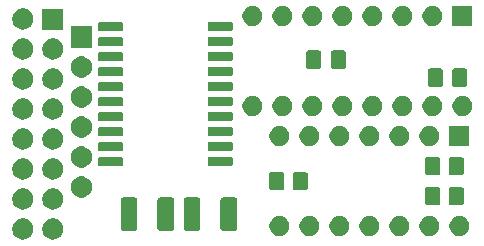
<source format=gbr>
G04 #@! TF.GenerationSoftware,KiCad,Pcbnew,5.1.5+dfsg1-2build2*
G04 #@! TF.CreationDate,2022-11-08T07:02:07+00:00*
G04 #@! TF.ProjectId,link-up-serial,6c696e6b-2d75-4702-9d73-657269616c2e,rev?*
G04 #@! TF.SameCoordinates,Original*
G04 #@! TF.FileFunction,Soldermask,Bot*
G04 #@! TF.FilePolarity,Negative*
%FSLAX46Y46*%
G04 Gerber Fmt 4.6, Leading zero omitted, Abs format (unit mm)*
G04 Created by KiCad (PCBNEW 5.1.5+dfsg1-2build2) date 2022-11-08 07:02:07*
%MOMM*%
%LPD*%
G04 APERTURE LIST*
%ADD10C,0.100000*%
G04 APERTURE END LIST*
D10*
G36*
X96493512Y-120503927D02*
G01*
X96642812Y-120533624D01*
X96806784Y-120601544D01*
X96954354Y-120700147D01*
X97079853Y-120825646D01*
X97178456Y-120973216D01*
X97246376Y-121137188D01*
X97281000Y-121311259D01*
X97281000Y-121488741D01*
X97246376Y-121662812D01*
X97178456Y-121826784D01*
X97079853Y-121974354D01*
X96954354Y-122099853D01*
X96806784Y-122198456D01*
X96642812Y-122266376D01*
X96493512Y-122296073D01*
X96468742Y-122301000D01*
X96291258Y-122301000D01*
X96266488Y-122296073D01*
X96117188Y-122266376D01*
X95953216Y-122198456D01*
X95805646Y-122099853D01*
X95680147Y-121974354D01*
X95581544Y-121826784D01*
X95513624Y-121662812D01*
X95479000Y-121488741D01*
X95479000Y-121311259D01*
X95513624Y-121137188D01*
X95581544Y-120973216D01*
X95680147Y-120825646D01*
X95805646Y-120700147D01*
X95953216Y-120601544D01*
X96117188Y-120533624D01*
X96266488Y-120503927D01*
X96291258Y-120499000D01*
X96468742Y-120499000D01*
X96493512Y-120503927D01*
G37*
G36*
X93953512Y-120503927D02*
G01*
X94102812Y-120533624D01*
X94266784Y-120601544D01*
X94414354Y-120700147D01*
X94539853Y-120825646D01*
X94638456Y-120973216D01*
X94706376Y-121137188D01*
X94741000Y-121311259D01*
X94741000Y-121488741D01*
X94706376Y-121662812D01*
X94638456Y-121826784D01*
X94539853Y-121974354D01*
X94414354Y-122099853D01*
X94266784Y-122198456D01*
X94102812Y-122266376D01*
X93953512Y-122296073D01*
X93928742Y-122301000D01*
X93751258Y-122301000D01*
X93726488Y-122296073D01*
X93577188Y-122266376D01*
X93413216Y-122198456D01*
X93265646Y-122099853D01*
X93140147Y-121974354D01*
X93041544Y-121826784D01*
X92973624Y-121662812D01*
X92939000Y-121488741D01*
X92939000Y-121311259D01*
X92973624Y-121137188D01*
X93041544Y-120973216D01*
X93140147Y-120825646D01*
X93265646Y-120700147D01*
X93413216Y-120601544D01*
X93577188Y-120533624D01*
X93726488Y-120503927D01*
X93751258Y-120499000D01*
X93928742Y-120499000D01*
X93953512Y-120503927D01*
G37*
G36*
X115818228Y-120339703D02*
G01*
X115973100Y-120403853D01*
X116112481Y-120496985D01*
X116231015Y-120615519D01*
X116324147Y-120754900D01*
X116388297Y-120909772D01*
X116421000Y-121074184D01*
X116421000Y-121241816D01*
X116388297Y-121406228D01*
X116324147Y-121561100D01*
X116231015Y-121700481D01*
X116112481Y-121819015D01*
X115973100Y-121912147D01*
X115818228Y-121976297D01*
X115653816Y-122009000D01*
X115486184Y-122009000D01*
X115321772Y-121976297D01*
X115166900Y-121912147D01*
X115027519Y-121819015D01*
X114908985Y-121700481D01*
X114815853Y-121561100D01*
X114751703Y-121406228D01*
X114719000Y-121241816D01*
X114719000Y-121074184D01*
X114751703Y-120909772D01*
X114815853Y-120754900D01*
X114908985Y-120615519D01*
X115027519Y-120496985D01*
X115166900Y-120403853D01*
X115321772Y-120339703D01*
X115486184Y-120307000D01*
X115653816Y-120307000D01*
X115818228Y-120339703D01*
G37*
G36*
X128518228Y-120339703D02*
G01*
X128673100Y-120403853D01*
X128812481Y-120496985D01*
X128931015Y-120615519D01*
X129024147Y-120754900D01*
X129088297Y-120909772D01*
X129121000Y-121074184D01*
X129121000Y-121241816D01*
X129088297Y-121406228D01*
X129024147Y-121561100D01*
X128931015Y-121700481D01*
X128812481Y-121819015D01*
X128673100Y-121912147D01*
X128518228Y-121976297D01*
X128353816Y-122009000D01*
X128186184Y-122009000D01*
X128021772Y-121976297D01*
X127866900Y-121912147D01*
X127727519Y-121819015D01*
X127608985Y-121700481D01*
X127515853Y-121561100D01*
X127451703Y-121406228D01*
X127419000Y-121241816D01*
X127419000Y-121074184D01*
X127451703Y-120909772D01*
X127515853Y-120754900D01*
X127608985Y-120615519D01*
X127727519Y-120496985D01*
X127866900Y-120403853D01*
X128021772Y-120339703D01*
X128186184Y-120307000D01*
X128353816Y-120307000D01*
X128518228Y-120339703D01*
G37*
G36*
X131058228Y-120339703D02*
G01*
X131213100Y-120403853D01*
X131352481Y-120496985D01*
X131471015Y-120615519D01*
X131564147Y-120754900D01*
X131628297Y-120909772D01*
X131661000Y-121074184D01*
X131661000Y-121241816D01*
X131628297Y-121406228D01*
X131564147Y-121561100D01*
X131471015Y-121700481D01*
X131352481Y-121819015D01*
X131213100Y-121912147D01*
X131058228Y-121976297D01*
X130893816Y-122009000D01*
X130726184Y-122009000D01*
X130561772Y-121976297D01*
X130406900Y-121912147D01*
X130267519Y-121819015D01*
X130148985Y-121700481D01*
X130055853Y-121561100D01*
X129991703Y-121406228D01*
X129959000Y-121241816D01*
X129959000Y-121074184D01*
X129991703Y-120909772D01*
X130055853Y-120754900D01*
X130148985Y-120615519D01*
X130267519Y-120496985D01*
X130406900Y-120403853D01*
X130561772Y-120339703D01*
X130726184Y-120307000D01*
X130893816Y-120307000D01*
X131058228Y-120339703D01*
G37*
G36*
X125978228Y-120339703D02*
G01*
X126133100Y-120403853D01*
X126272481Y-120496985D01*
X126391015Y-120615519D01*
X126484147Y-120754900D01*
X126548297Y-120909772D01*
X126581000Y-121074184D01*
X126581000Y-121241816D01*
X126548297Y-121406228D01*
X126484147Y-121561100D01*
X126391015Y-121700481D01*
X126272481Y-121819015D01*
X126133100Y-121912147D01*
X125978228Y-121976297D01*
X125813816Y-122009000D01*
X125646184Y-122009000D01*
X125481772Y-121976297D01*
X125326900Y-121912147D01*
X125187519Y-121819015D01*
X125068985Y-121700481D01*
X124975853Y-121561100D01*
X124911703Y-121406228D01*
X124879000Y-121241816D01*
X124879000Y-121074184D01*
X124911703Y-120909772D01*
X124975853Y-120754900D01*
X125068985Y-120615519D01*
X125187519Y-120496985D01*
X125326900Y-120403853D01*
X125481772Y-120339703D01*
X125646184Y-120307000D01*
X125813816Y-120307000D01*
X125978228Y-120339703D01*
G37*
G36*
X120898228Y-120339703D02*
G01*
X121053100Y-120403853D01*
X121192481Y-120496985D01*
X121311015Y-120615519D01*
X121404147Y-120754900D01*
X121468297Y-120909772D01*
X121501000Y-121074184D01*
X121501000Y-121241816D01*
X121468297Y-121406228D01*
X121404147Y-121561100D01*
X121311015Y-121700481D01*
X121192481Y-121819015D01*
X121053100Y-121912147D01*
X120898228Y-121976297D01*
X120733816Y-122009000D01*
X120566184Y-122009000D01*
X120401772Y-121976297D01*
X120246900Y-121912147D01*
X120107519Y-121819015D01*
X119988985Y-121700481D01*
X119895853Y-121561100D01*
X119831703Y-121406228D01*
X119799000Y-121241816D01*
X119799000Y-121074184D01*
X119831703Y-120909772D01*
X119895853Y-120754900D01*
X119988985Y-120615519D01*
X120107519Y-120496985D01*
X120246900Y-120403853D01*
X120401772Y-120339703D01*
X120566184Y-120307000D01*
X120733816Y-120307000D01*
X120898228Y-120339703D01*
G37*
G36*
X118358228Y-120339703D02*
G01*
X118513100Y-120403853D01*
X118652481Y-120496985D01*
X118771015Y-120615519D01*
X118864147Y-120754900D01*
X118928297Y-120909772D01*
X118961000Y-121074184D01*
X118961000Y-121241816D01*
X118928297Y-121406228D01*
X118864147Y-121561100D01*
X118771015Y-121700481D01*
X118652481Y-121819015D01*
X118513100Y-121912147D01*
X118358228Y-121976297D01*
X118193816Y-122009000D01*
X118026184Y-122009000D01*
X117861772Y-121976297D01*
X117706900Y-121912147D01*
X117567519Y-121819015D01*
X117448985Y-121700481D01*
X117355853Y-121561100D01*
X117291703Y-121406228D01*
X117259000Y-121241816D01*
X117259000Y-121074184D01*
X117291703Y-120909772D01*
X117355853Y-120754900D01*
X117448985Y-120615519D01*
X117567519Y-120496985D01*
X117706900Y-120403853D01*
X117861772Y-120339703D01*
X118026184Y-120307000D01*
X118193816Y-120307000D01*
X118358228Y-120339703D01*
G37*
G36*
X123438228Y-120339703D02*
G01*
X123593100Y-120403853D01*
X123732481Y-120496985D01*
X123851015Y-120615519D01*
X123944147Y-120754900D01*
X124008297Y-120909772D01*
X124041000Y-121074184D01*
X124041000Y-121241816D01*
X124008297Y-121406228D01*
X123944147Y-121561100D01*
X123851015Y-121700481D01*
X123732481Y-121819015D01*
X123593100Y-121912147D01*
X123438228Y-121976297D01*
X123273816Y-122009000D01*
X123106184Y-122009000D01*
X122941772Y-121976297D01*
X122786900Y-121912147D01*
X122647519Y-121819015D01*
X122528985Y-121700481D01*
X122435853Y-121561100D01*
X122371703Y-121406228D01*
X122339000Y-121241816D01*
X122339000Y-121074184D01*
X122371703Y-120909772D01*
X122435853Y-120754900D01*
X122528985Y-120615519D01*
X122647519Y-120496985D01*
X122786900Y-120403853D01*
X122941772Y-120339703D01*
X123106184Y-120307000D01*
X123273816Y-120307000D01*
X123438228Y-120339703D01*
G37*
G36*
X111849811Y-118745271D02*
G01*
X111885603Y-118756129D01*
X111918595Y-118773763D01*
X111947508Y-118797492D01*
X111971237Y-118826405D01*
X111988871Y-118859397D01*
X111999729Y-118895189D01*
X112004000Y-118938555D01*
X112004000Y-121345445D01*
X111999729Y-121388811D01*
X111988871Y-121424603D01*
X111971237Y-121457595D01*
X111947508Y-121486508D01*
X111918595Y-121510237D01*
X111885603Y-121527871D01*
X111849811Y-121538729D01*
X111806445Y-121543000D01*
X110774555Y-121543000D01*
X110731189Y-121538729D01*
X110695397Y-121527871D01*
X110662405Y-121510237D01*
X110633492Y-121486508D01*
X110609763Y-121457595D01*
X110592129Y-121424603D01*
X110581271Y-121388811D01*
X110577000Y-121345445D01*
X110577000Y-118938555D01*
X110581271Y-118895189D01*
X110592129Y-118859397D01*
X110609763Y-118826405D01*
X110633492Y-118797492D01*
X110662405Y-118773763D01*
X110695397Y-118756129D01*
X110731189Y-118745271D01*
X110774555Y-118741000D01*
X111806445Y-118741000D01*
X111849811Y-118745271D01*
G37*
G36*
X108724811Y-118745271D02*
G01*
X108760603Y-118756129D01*
X108793595Y-118773763D01*
X108822508Y-118797492D01*
X108846237Y-118826405D01*
X108863871Y-118859397D01*
X108874729Y-118895189D01*
X108879000Y-118938555D01*
X108879000Y-121345445D01*
X108874729Y-121388811D01*
X108863871Y-121424603D01*
X108846237Y-121457595D01*
X108822508Y-121486508D01*
X108793595Y-121510237D01*
X108760603Y-121527871D01*
X108724811Y-121538729D01*
X108681445Y-121543000D01*
X107649555Y-121543000D01*
X107606189Y-121538729D01*
X107570397Y-121527871D01*
X107537405Y-121510237D01*
X107508492Y-121486508D01*
X107484763Y-121457595D01*
X107467129Y-121424603D01*
X107456271Y-121388811D01*
X107452000Y-121345445D01*
X107452000Y-118938555D01*
X107456271Y-118895189D01*
X107467129Y-118859397D01*
X107484763Y-118826405D01*
X107508492Y-118797492D01*
X107537405Y-118773763D01*
X107570397Y-118756129D01*
X107606189Y-118745271D01*
X107649555Y-118741000D01*
X108681445Y-118741000D01*
X108724811Y-118745271D01*
G37*
G36*
X106515811Y-118745271D02*
G01*
X106551603Y-118756129D01*
X106584595Y-118773763D01*
X106613508Y-118797492D01*
X106637237Y-118826405D01*
X106654871Y-118859397D01*
X106665729Y-118895189D01*
X106670000Y-118938555D01*
X106670000Y-121345445D01*
X106665729Y-121388811D01*
X106654871Y-121424603D01*
X106637237Y-121457595D01*
X106613508Y-121486508D01*
X106584595Y-121510237D01*
X106551603Y-121527871D01*
X106515811Y-121538729D01*
X106472445Y-121543000D01*
X105440555Y-121543000D01*
X105397189Y-121538729D01*
X105361397Y-121527871D01*
X105328405Y-121510237D01*
X105299492Y-121486508D01*
X105275763Y-121457595D01*
X105258129Y-121424603D01*
X105247271Y-121388811D01*
X105243000Y-121345445D01*
X105243000Y-118938555D01*
X105247271Y-118895189D01*
X105258129Y-118859397D01*
X105275763Y-118826405D01*
X105299492Y-118797492D01*
X105328405Y-118773763D01*
X105361397Y-118756129D01*
X105397189Y-118745271D01*
X105440555Y-118741000D01*
X106472445Y-118741000D01*
X106515811Y-118745271D01*
G37*
G36*
X103390811Y-118745271D02*
G01*
X103426603Y-118756129D01*
X103459595Y-118773763D01*
X103488508Y-118797492D01*
X103512237Y-118826405D01*
X103529871Y-118859397D01*
X103540729Y-118895189D01*
X103545000Y-118938555D01*
X103545000Y-121345445D01*
X103540729Y-121388811D01*
X103529871Y-121424603D01*
X103512237Y-121457595D01*
X103488508Y-121486508D01*
X103459595Y-121510237D01*
X103426603Y-121527871D01*
X103390811Y-121538729D01*
X103347445Y-121543000D01*
X102315555Y-121543000D01*
X102272189Y-121538729D01*
X102236397Y-121527871D01*
X102203405Y-121510237D01*
X102174492Y-121486508D01*
X102150763Y-121457595D01*
X102133129Y-121424603D01*
X102122271Y-121388811D01*
X102118000Y-121345445D01*
X102118000Y-118938555D01*
X102122271Y-118895189D01*
X102133129Y-118859397D01*
X102150763Y-118826405D01*
X102174492Y-118797492D01*
X102203405Y-118773763D01*
X102236397Y-118756129D01*
X102272189Y-118745271D01*
X102315555Y-118741000D01*
X103347445Y-118741000D01*
X103390811Y-118745271D01*
G37*
G36*
X93953512Y-117963927D02*
G01*
X94102812Y-117993624D01*
X94266784Y-118061544D01*
X94414354Y-118160147D01*
X94539853Y-118285646D01*
X94638456Y-118433216D01*
X94706376Y-118597188D01*
X94741000Y-118771259D01*
X94741000Y-118948741D01*
X94706376Y-119122812D01*
X94638456Y-119286784D01*
X94539853Y-119434354D01*
X94414354Y-119559853D01*
X94266784Y-119658456D01*
X94102812Y-119726376D01*
X93953512Y-119756073D01*
X93928742Y-119761000D01*
X93751258Y-119761000D01*
X93726488Y-119756073D01*
X93577188Y-119726376D01*
X93413216Y-119658456D01*
X93265646Y-119559853D01*
X93140147Y-119434354D01*
X93041544Y-119286784D01*
X92973624Y-119122812D01*
X92939000Y-118948741D01*
X92939000Y-118771259D01*
X92973624Y-118597188D01*
X93041544Y-118433216D01*
X93140147Y-118285646D01*
X93265646Y-118160147D01*
X93413216Y-118061544D01*
X93577188Y-117993624D01*
X93726488Y-117963927D01*
X93751258Y-117959000D01*
X93928742Y-117959000D01*
X93953512Y-117963927D01*
G37*
G36*
X96493512Y-117963927D02*
G01*
X96642812Y-117993624D01*
X96806784Y-118061544D01*
X96954354Y-118160147D01*
X97079853Y-118285646D01*
X97178456Y-118433216D01*
X97246376Y-118597188D01*
X97281000Y-118771259D01*
X97281000Y-118948741D01*
X97246376Y-119122812D01*
X97178456Y-119286784D01*
X97079853Y-119434354D01*
X96954354Y-119559853D01*
X96806784Y-119658456D01*
X96642812Y-119726376D01*
X96493512Y-119756073D01*
X96468742Y-119761000D01*
X96291258Y-119761000D01*
X96266488Y-119756073D01*
X96117188Y-119726376D01*
X95953216Y-119658456D01*
X95805646Y-119559853D01*
X95680147Y-119434354D01*
X95581544Y-119286784D01*
X95513624Y-119122812D01*
X95479000Y-118948741D01*
X95479000Y-118771259D01*
X95513624Y-118597188D01*
X95581544Y-118433216D01*
X95680147Y-118285646D01*
X95805646Y-118160147D01*
X95953216Y-118061544D01*
X96117188Y-117993624D01*
X96266488Y-117963927D01*
X96291258Y-117959000D01*
X96468742Y-117959000D01*
X96493512Y-117963927D01*
G37*
G36*
X131031242Y-117871404D02*
G01*
X131068337Y-117882657D01*
X131102515Y-117900925D01*
X131132481Y-117925519D01*
X131157075Y-117955485D01*
X131175343Y-117989663D01*
X131186596Y-118026758D01*
X131191000Y-118071474D01*
X131191000Y-119164526D01*
X131186596Y-119209242D01*
X131175343Y-119246337D01*
X131157075Y-119280515D01*
X131132481Y-119310481D01*
X131102515Y-119335075D01*
X131068337Y-119353343D01*
X131031242Y-119364596D01*
X130986526Y-119369000D01*
X130093474Y-119369000D01*
X130048758Y-119364596D01*
X130011663Y-119353343D01*
X129977485Y-119335075D01*
X129947519Y-119310481D01*
X129922925Y-119280515D01*
X129904657Y-119246337D01*
X129893404Y-119209242D01*
X129889000Y-119164526D01*
X129889000Y-118071474D01*
X129893404Y-118026758D01*
X129904657Y-117989663D01*
X129922925Y-117955485D01*
X129947519Y-117925519D01*
X129977485Y-117900925D01*
X130011663Y-117882657D01*
X130048758Y-117871404D01*
X130093474Y-117867000D01*
X130986526Y-117867000D01*
X131031242Y-117871404D01*
G37*
G36*
X129031242Y-117871404D02*
G01*
X129068337Y-117882657D01*
X129102515Y-117900925D01*
X129132481Y-117925519D01*
X129157075Y-117955485D01*
X129175343Y-117989663D01*
X129186596Y-118026758D01*
X129191000Y-118071474D01*
X129191000Y-119164526D01*
X129186596Y-119209242D01*
X129175343Y-119246337D01*
X129157075Y-119280515D01*
X129132481Y-119310481D01*
X129102515Y-119335075D01*
X129068337Y-119353343D01*
X129031242Y-119364596D01*
X128986526Y-119369000D01*
X128093474Y-119369000D01*
X128048758Y-119364596D01*
X128011663Y-119353343D01*
X127977485Y-119335075D01*
X127947519Y-119310481D01*
X127922925Y-119280515D01*
X127904657Y-119246337D01*
X127893404Y-119209242D01*
X127889000Y-119164526D01*
X127889000Y-118071474D01*
X127893404Y-118026758D01*
X127904657Y-117989663D01*
X127922925Y-117955485D01*
X127947519Y-117925519D01*
X127977485Y-117900925D01*
X128011663Y-117882657D01*
X128048758Y-117871404D01*
X128093474Y-117867000D01*
X128986526Y-117867000D01*
X129031242Y-117871404D01*
G37*
G36*
X98919512Y-116959927D02*
G01*
X99068812Y-116989624D01*
X99232784Y-117057544D01*
X99380354Y-117156147D01*
X99505853Y-117281646D01*
X99604456Y-117429216D01*
X99672376Y-117593188D01*
X99707000Y-117767259D01*
X99707000Y-117944741D01*
X99672376Y-118118812D01*
X99604456Y-118282784D01*
X99505853Y-118430354D01*
X99380354Y-118555853D01*
X99232784Y-118654456D01*
X99068812Y-118722376D01*
X98919512Y-118752073D01*
X98894742Y-118757000D01*
X98717258Y-118757000D01*
X98692488Y-118752073D01*
X98543188Y-118722376D01*
X98379216Y-118654456D01*
X98231646Y-118555853D01*
X98106147Y-118430354D01*
X98007544Y-118282784D01*
X97939624Y-118118812D01*
X97905000Y-117944741D01*
X97905000Y-117767259D01*
X97939624Y-117593188D01*
X98007544Y-117429216D01*
X98106147Y-117281646D01*
X98231646Y-117156147D01*
X98379216Y-117057544D01*
X98543188Y-116989624D01*
X98692488Y-116959927D01*
X98717258Y-116955000D01*
X98894742Y-116955000D01*
X98919512Y-116959927D01*
G37*
G36*
X117823242Y-116601404D02*
G01*
X117860337Y-116612657D01*
X117894515Y-116630925D01*
X117924481Y-116655519D01*
X117949075Y-116685485D01*
X117967343Y-116719663D01*
X117978596Y-116756758D01*
X117983000Y-116801474D01*
X117983000Y-117894526D01*
X117978596Y-117939242D01*
X117967343Y-117976337D01*
X117949075Y-118010515D01*
X117924481Y-118040481D01*
X117894515Y-118065075D01*
X117860337Y-118083343D01*
X117823242Y-118094596D01*
X117778526Y-118099000D01*
X116885474Y-118099000D01*
X116840758Y-118094596D01*
X116803663Y-118083343D01*
X116769485Y-118065075D01*
X116739519Y-118040481D01*
X116714925Y-118010515D01*
X116696657Y-117976337D01*
X116685404Y-117939242D01*
X116681000Y-117894526D01*
X116681000Y-116801474D01*
X116685404Y-116756758D01*
X116696657Y-116719663D01*
X116714925Y-116685485D01*
X116739519Y-116655519D01*
X116769485Y-116630925D01*
X116803663Y-116612657D01*
X116840758Y-116601404D01*
X116885474Y-116597000D01*
X117778526Y-116597000D01*
X117823242Y-116601404D01*
G37*
G36*
X115823242Y-116601404D02*
G01*
X115860337Y-116612657D01*
X115894515Y-116630925D01*
X115924481Y-116655519D01*
X115949075Y-116685485D01*
X115967343Y-116719663D01*
X115978596Y-116756758D01*
X115983000Y-116801474D01*
X115983000Y-117894526D01*
X115978596Y-117939242D01*
X115967343Y-117976337D01*
X115949075Y-118010515D01*
X115924481Y-118040481D01*
X115894515Y-118065075D01*
X115860337Y-118083343D01*
X115823242Y-118094596D01*
X115778526Y-118099000D01*
X114885474Y-118099000D01*
X114840758Y-118094596D01*
X114803663Y-118083343D01*
X114769485Y-118065075D01*
X114739519Y-118040481D01*
X114714925Y-118010515D01*
X114696657Y-117976337D01*
X114685404Y-117939242D01*
X114681000Y-117894526D01*
X114681000Y-116801474D01*
X114685404Y-116756758D01*
X114696657Y-116719663D01*
X114714925Y-116685485D01*
X114739519Y-116655519D01*
X114769485Y-116630925D01*
X114803663Y-116612657D01*
X114840758Y-116601404D01*
X114885474Y-116597000D01*
X115778526Y-116597000D01*
X115823242Y-116601404D01*
G37*
G36*
X93953512Y-115423927D02*
G01*
X94102812Y-115453624D01*
X94266784Y-115521544D01*
X94414354Y-115620147D01*
X94539853Y-115745646D01*
X94638456Y-115893216D01*
X94706376Y-116057188D01*
X94741000Y-116231259D01*
X94741000Y-116408741D01*
X94706376Y-116582812D01*
X94638456Y-116746784D01*
X94539853Y-116894354D01*
X94414354Y-117019853D01*
X94266784Y-117118456D01*
X94102812Y-117186376D01*
X93953512Y-117216073D01*
X93928742Y-117221000D01*
X93751258Y-117221000D01*
X93726488Y-117216073D01*
X93577188Y-117186376D01*
X93413216Y-117118456D01*
X93265646Y-117019853D01*
X93140147Y-116894354D01*
X93041544Y-116746784D01*
X92973624Y-116582812D01*
X92939000Y-116408741D01*
X92939000Y-116231259D01*
X92973624Y-116057188D01*
X93041544Y-115893216D01*
X93140147Y-115745646D01*
X93265646Y-115620147D01*
X93413216Y-115521544D01*
X93577188Y-115453624D01*
X93726488Y-115423927D01*
X93751258Y-115419000D01*
X93928742Y-115419000D01*
X93953512Y-115423927D01*
G37*
G36*
X96493512Y-115423927D02*
G01*
X96642812Y-115453624D01*
X96806784Y-115521544D01*
X96954354Y-115620147D01*
X97079853Y-115745646D01*
X97178456Y-115893216D01*
X97246376Y-116057188D01*
X97281000Y-116231259D01*
X97281000Y-116408741D01*
X97246376Y-116582812D01*
X97178456Y-116746784D01*
X97079853Y-116894354D01*
X96954354Y-117019853D01*
X96806784Y-117118456D01*
X96642812Y-117186376D01*
X96493512Y-117216073D01*
X96468742Y-117221000D01*
X96291258Y-117221000D01*
X96266488Y-117216073D01*
X96117188Y-117186376D01*
X95953216Y-117118456D01*
X95805646Y-117019853D01*
X95680147Y-116894354D01*
X95581544Y-116746784D01*
X95513624Y-116582812D01*
X95479000Y-116408741D01*
X95479000Y-116231259D01*
X95513624Y-116057188D01*
X95581544Y-115893216D01*
X95680147Y-115745646D01*
X95805646Y-115620147D01*
X95953216Y-115521544D01*
X96117188Y-115453624D01*
X96266488Y-115423927D01*
X96291258Y-115419000D01*
X96468742Y-115419000D01*
X96493512Y-115423927D01*
G37*
G36*
X129031242Y-115331404D02*
G01*
X129068337Y-115342657D01*
X129102515Y-115360925D01*
X129132481Y-115385519D01*
X129157075Y-115415485D01*
X129175343Y-115449663D01*
X129186596Y-115486758D01*
X129191000Y-115531474D01*
X129191000Y-116624526D01*
X129186596Y-116669242D01*
X129175343Y-116706337D01*
X129157075Y-116740515D01*
X129132481Y-116770481D01*
X129102515Y-116795075D01*
X129068337Y-116813343D01*
X129031242Y-116824596D01*
X128986526Y-116829000D01*
X128093474Y-116829000D01*
X128048758Y-116824596D01*
X128011663Y-116813343D01*
X127977485Y-116795075D01*
X127947519Y-116770481D01*
X127922925Y-116740515D01*
X127904657Y-116706337D01*
X127893404Y-116669242D01*
X127889000Y-116624526D01*
X127889000Y-115531474D01*
X127893404Y-115486758D01*
X127904657Y-115449663D01*
X127922925Y-115415485D01*
X127947519Y-115385519D01*
X127977485Y-115360925D01*
X128011663Y-115342657D01*
X128048758Y-115331404D01*
X128093474Y-115327000D01*
X128986526Y-115327000D01*
X129031242Y-115331404D01*
G37*
G36*
X131031242Y-115331404D02*
G01*
X131068337Y-115342657D01*
X131102515Y-115360925D01*
X131132481Y-115385519D01*
X131157075Y-115415485D01*
X131175343Y-115449663D01*
X131186596Y-115486758D01*
X131191000Y-115531474D01*
X131191000Y-116624526D01*
X131186596Y-116669242D01*
X131175343Y-116706337D01*
X131157075Y-116740515D01*
X131132481Y-116770481D01*
X131102515Y-116795075D01*
X131068337Y-116813343D01*
X131031242Y-116824596D01*
X130986526Y-116829000D01*
X130093474Y-116829000D01*
X130048758Y-116824596D01*
X130011663Y-116813343D01*
X129977485Y-116795075D01*
X129947519Y-116770481D01*
X129922925Y-116740515D01*
X129904657Y-116706337D01*
X129893404Y-116669242D01*
X129889000Y-116624526D01*
X129889000Y-115531474D01*
X129893404Y-115486758D01*
X129904657Y-115449663D01*
X129922925Y-115415485D01*
X129947519Y-115385519D01*
X129977485Y-115360925D01*
X130011663Y-115342657D01*
X130048758Y-115331404D01*
X130093474Y-115327000D01*
X130986526Y-115327000D01*
X131031242Y-115331404D01*
G37*
G36*
X98919512Y-114419927D02*
G01*
X99068812Y-114449624D01*
X99232784Y-114517544D01*
X99380354Y-114616147D01*
X99505853Y-114741646D01*
X99604456Y-114889216D01*
X99672376Y-115053188D01*
X99707000Y-115227259D01*
X99707000Y-115404741D01*
X99672376Y-115578812D01*
X99604456Y-115742784D01*
X99505853Y-115890354D01*
X99380354Y-116015853D01*
X99232784Y-116114456D01*
X99068812Y-116182376D01*
X98919512Y-116212073D01*
X98894742Y-116217000D01*
X98717258Y-116217000D01*
X98692488Y-116212073D01*
X98543188Y-116182376D01*
X98379216Y-116114456D01*
X98231646Y-116015853D01*
X98106147Y-115890354D01*
X98007544Y-115742784D01*
X97939624Y-115578812D01*
X97905000Y-115404741D01*
X97905000Y-115227259D01*
X97939624Y-115053188D01*
X98007544Y-114889216D01*
X98106147Y-114741646D01*
X98231646Y-114616147D01*
X98379216Y-114517544D01*
X98543188Y-114449624D01*
X98692488Y-114419927D01*
X98717258Y-114415000D01*
X98894742Y-114415000D01*
X98919512Y-114419927D01*
G37*
G36*
X111552928Y-115348764D02*
G01*
X111574009Y-115355160D01*
X111593445Y-115365548D01*
X111610476Y-115379524D01*
X111624452Y-115396555D01*
X111634840Y-115415991D01*
X111641236Y-115437072D01*
X111644000Y-115465140D01*
X111644000Y-115928860D01*
X111641236Y-115956928D01*
X111634840Y-115978009D01*
X111624452Y-115997445D01*
X111610476Y-116014476D01*
X111593445Y-116028452D01*
X111574009Y-116038840D01*
X111552928Y-116045236D01*
X111524860Y-116048000D01*
X109611140Y-116048000D01*
X109583072Y-116045236D01*
X109561991Y-116038840D01*
X109542555Y-116028452D01*
X109525524Y-116014476D01*
X109511548Y-115997445D01*
X109501160Y-115978009D01*
X109494764Y-115956928D01*
X109492000Y-115928860D01*
X109492000Y-115465140D01*
X109494764Y-115437072D01*
X109501160Y-115415991D01*
X109511548Y-115396555D01*
X109525524Y-115379524D01*
X109542555Y-115365548D01*
X109561991Y-115355160D01*
X109583072Y-115348764D01*
X109611140Y-115346000D01*
X111524860Y-115346000D01*
X111552928Y-115348764D01*
G37*
G36*
X102252928Y-115348764D02*
G01*
X102274009Y-115355160D01*
X102293445Y-115365548D01*
X102310476Y-115379524D01*
X102324452Y-115396555D01*
X102334840Y-115415991D01*
X102341236Y-115437072D01*
X102344000Y-115465140D01*
X102344000Y-115928860D01*
X102341236Y-115956928D01*
X102334840Y-115978009D01*
X102324452Y-115997445D01*
X102310476Y-116014476D01*
X102293445Y-116028452D01*
X102274009Y-116038840D01*
X102252928Y-116045236D01*
X102224860Y-116048000D01*
X100311140Y-116048000D01*
X100283072Y-116045236D01*
X100261991Y-116038840D01*
X100242555Y-116028452D01*
X100225524Y-116014476D01*
X100211548Y-115997445D01*
X100201160Y-115978009D01*
X100194764Y-115956928D01*
X100192000Y-115928860D01*
X100192000Y-115465140D01*
X100194764Y-115437072D01*
X100201160Y-115415991D01*
X100211548Y-115396555D01*
X100225524Y-115379524D01*
X100242555Y-115365548D01*
X100261991Y-115355160D01*
X100283072Y-115348764D01*
X100311140Y-115346000D01*
X102224860Y-115346000D01*
X102252928Y-115348764D01*
G37*
G36*
X102252928Y-114078764D02*
G01*
X102274009Y-114085160D01*
X102293445Y-114095548D01*
X102310476Y-114109524D01*
X102324452Y-114126555D01*
X102334840Y-114145991D01*
X102341236Y-114167072D01*
X102344000Y-114195140D01*
X102344000Y-114658860D01*
X102341236Y-114686928D01*
X102334840Y-114708009D01*
X102324452Y-114727445D01*
X102310476Y-114744476D01*
X102293445Y-114758452D01*
X102274009Y-114768840D01*
X102252928Y-114775236D01*
X102224860Y-114778000D01*
X100311140Y-114778000D01*
X100283072Y-114775236D01*
X100261991Y-114768840D01*
X100242555Y-114758452D01*
X100225524Y-114744476D01*
X100211548Y-114727445D01*
X100201160Y-114708009D01*
X100194764Y-114686928D01*
X100192000Y-114658860D01*
X100192000Y-114195140D01*
X100194764Y-114167072D01*
X100201160Y-114145991D01*
X100211548Y-114126555D01*
X100225524Y-114109524D01*
X100242555Y-114095548D01*
X100261991Y-114085160D01*
X100283072Y-114078764D01*
X100311140Y-114076000D01*
X102224860Y-114076000D01*
X102252928Y-114078764D01*
G37*
G36*
X111552928Y-114078764D02*
G01*
X111574009Y-114085160D01*
X111593445Y-114095548D01*
X111610476Y-114109524D01*
X111624452Y-114126555D01*
X111634840Y-114145991D01*
X111641236Y-114167072D01*
X111644000Y-114195140D01*
X111644000Y-114658860D01*
X111641236Y-114686928D01*
X111634840Y-114708009D01*
X111624452Y-114727445D01*
X111610476Y-114744476D01*
X111593445Y-114758452D01*
X111574009Y-114768840D01*
X111552928Y-114775236D01*
X111524860Y-114778000D01*
X109611140Y-114778000D01*
X109583072Y-114775236D01*
X109561991Y-114768840D01*
X109542555Y-114758452D01*
X109525524Y-114744476D01*
X109511548Y-114727445D01*
X109501160Y-114708009D01*
X109494764Y-114686928D01*
X109492000Y-114658860D01*
X109492000Y-114195140D01*
X109494764Y-114167072D01*
X109501160Y-114145991D01*
X109511548Y-114126555D01*
X109525524Y-114109524D01*
X109542555Y-114095548D01*
X109561991Y-114085160D01*
X109583072Y-114078764D01*
X109611140Y-114076000D01*
X111524860Y-114076000D01*
X111552928Y-114078764D01*
G37*
G36*
X93953512Y-112883927D02*
G01*
X94102812Y-112913624D01*
X94266784Y-112981544D01*
X94414354Y-113080147D01*
X94539853Y-113205646D01*
X94638456Y-113353216D01*
X94706376Y-113517188D01*
X94741000Y-113691259D01*
X94741000Y-113868741D01*
X94706376Y-114042812D01*
X94638456Y-114206784D01*
X94539853Y-114354354D01*
X94414354Y-114479853D01*
X94266784Y-114578456D01*
X94102812Y-114646376D01*
X93953512Y-114676073D01*
X93928742Y-114681000D01*
X93751258Y-114681000D01*
X93726488Y-114676073D01*
X93577188Y-114646376D01*
X93413216Y-114578456D01*
X93265646Y-114479853D01*
X93140147Y-114354354D01*
X93041544Y-114206784D01*
X92973624Y-114042812D01*
X92939000Y-113868741D01*
X92939000Y-113691259D01*
X92973624Y-113517188D01*
X93041544Y-113353216D01*
X93140147Y-113205646D01*
X93265646Y-113080147D01*
X93413216Y-112981544D01*
X93577188Y-112913624D01*
X93726488Y-112883927D01*
X93751258Y-112879000D01*
X93928742Y-112879000D01*
X93953512Y-112883927D01*
G37*
G36*
X96493512Y-112883927D02*
G01*
X96642812Y-112913624D01*
X96806784Y-112981544D01*
X96954354Y-113080147D01*
X97079853Y-113205646D01*
X97178456Y-113353216D01*
X97246376Y-113517188D01*
X97281000Y-113691259D01*
X97281000Y-113868741D01*
X97246376Y-114042812D01*
X97178456Y-114206784D01*
X97079853Y-114354354D01*
X96954354Y-114479853D01*
X96806784Y-114578456D01*
X96642812Y-114646376D01*
X96493512Y-114676073D01*
X96468742Y-114681000D01*
X96291258Y-114681000D01*
X96266488Y-114676073D01*
X96117188Y-114646376D01*
X95953216Y-114578456D01*
X95805646Y-114479853D01*
X95680147Y-114354354D01*
X95581544Y-114206784D01*
X95513624Y-114042812D01*
X95479000Y-113868741D01*
X95479000Y-113691259D01*
X95513624Y-113517188D01*
X95581544Y-113353216D01*
X95680147Y-113205646D01*
X95805646Y-113080147D01*
X95953216Y-112981544D01*
X96117188Y-112913624D01*
X96266488Y-112883927D01*
X96291258Y-112879000D01*
X96468742Y-112879000D01*
X96493512Y-112883927D01*
G37*
G36*
X115818228Y-112719703D02*
G01*
X115973100Y-112783853D01*
X116112481Y-112876985D01*
X116231015Y-112995519D01*
X116324147Y-113134900D01*
X116388297Y-113289772D01*
X116421000Y-113454184D01*
X116421000Y-113621816D01*
X116388297Y-113786228D01*
X116324147Y-113941100D01*
X116231015Y-114080481D01*
X116112481Y-114199015D01*
X115973100Y-114292147D01*
X115818228Y-114356297D01*
X115653816Y-114389000D01*
X115486184Y-114389000D01*
X115321772Y-114356297D01*
X115166900Y-114292147D01*
X115027519Y-114199015D01*
X114908985Y-114080481D01*
X114815853Y-113941100D01*
X114751703Y-113786228D01*
X114719000Y-113621816D01*
X114719000Y-113454184D01*
X114751703Y-113289772D01*
X114815853Y-113134900D01*
X114908985Y-112995519D01*
X115027519Y-112876985D01*
X115166900Y-112783853D01*
X115321772Y-112719703D01*
X115486184Y-112687000D01*
X115653816Y-112687000D01*
X115818228Y-112719703D01*
G37*
G36*
X131661000Y-114389000D02*
G01*
X129959000Y-114389000D01*
X129959000Y-112687000D01*
X131661000Y-112687000D01*
X131661000Y-114389000D01*
G37*
G36*
X128518228Y-112719703D02*
G01*
X128673100Y-112783853D01*
X128812481Y-112876985D01*
X128931015Y-112995519D01*
X129024147Y-113134900D01*
X129088297Y-113289772D01*
X129121000Y-113454184D01*
X129121000Y-113621816D01*
X129088297Y-113786228D01*
X129024147Y-113941100D01*
X128931015Y-114080481D01*
X128812481Y-114199015D01*
X128673100Y-114292147D01*
X128518228Y-114356297D01*
X128353816Y-114389000D01*
X128186184Y-114389000D01*
X128021772Y-114356297D01*
X127866900Y-114292147D01*
X127727519Y-114199015D01*
X127608985Y-114080481D01*
X127515853Y-113941100D01*
X127451703Y-113786228D01*
X127419000Y-113621816D01*
X127419000Y-113454184D01*
X127451703Y-113289772D01*
X127515853Y-113134900D01*
X127608985Y-112995519D01*
X127727519Y-112876985D01*
X127866900Y-112783853D01*
X128021772Y-112719703D01*
X128186184Y-112687000D01*
X128353816Y-112687000D01*
X128518228Y-112719703D01*
G37*
G36*
X125978228Y-112719703D02*
G01*
X126133100Y-112783853D01*
X126272481Y-112876985D01*
X126391015Y-112995519D01*
X126484147Y-113134900D01*
X126548297Y-113289772D01*
X126581000Y-113454184D01*
X126581000Y-113621816D01*
X126548297Y-113786228D01*
X126484147Y-113941100D01*
X126391015Y-114080481D01*
X126272481Y-114199015D01*
X126133100Y-114292147D01*
X125978228Y-114356297D01*
X125813816Y-114389000D01*
X125646184Y-114389000D01*
X125481772Y-114356297D01*
X125326900Y-114292147D01*
X125187519Y-114199015D01*
X125068985Y-114080481D01*
X124975853Y-113941100D01*
X124911703Y-113786228D01*
X124879000Y-113621816D01*
X124879000Y-113454184D01*
X124911703Y-113289772D01*
X124975853Y-113134900D01*
X125068985Y-112995519D01*
X125187519Y-112876985D01*
X125326900Y-112783853D01*
X125481772Y-112719703D01*
X125646184Y-112687000D01*
X125813816Y-112687000D01*
X125978228Y-112719703D01*
G37*
G36*
X123438228Y-112719703D02*
G01*
X123593100Y-112783853D01*
X123732481Y-112876985D01*
X123851015Y-112995519D01*
X123944147Y-113134900D01*
X124008297Y-113289772D01*
X124041000Y-113454184D01*
X124041000Y-113621816D01*
X124008297Y-113786228D01*
X123944147Y-113941100D01*
X123851015Y-114080481D01*
X123732481Y-114199015D01*
X123593100Y-114292147D01*
X123438228Y-114356297D01*
X123273816Y-114389000D01*
X123106184Y-114389000D01*
X122941772Y-114356297D01*
X122786900Y-114292147D01*
X122647519Y-114199015D01*
X122528985Y-114080481D01*
X122435853Y-113941100D01*
X122371703Y-113786228D01*
X122339000Y-113621816D01*
X122339000Y-113454184D01*
X122371703Y-113289772D01*
X122435853Y-113134900D01*
X122528985Y-112995519D01*
X122647519Y-112876985D01*
X122786900Y-112783853D01*
X122941772Y-112719703D01*
X123106184Y-112687000D01*
X123273816Y-112687000D01*
X123438228Y-112719703D01*
G37*
G36*
X120898228Y-112719703D02*
G01*
X121053100Y-112783853D01*
X121192481Y-112876985D01*
X121311015Y-112995519D01*
X121404147Y-113134900D01*
X121468297Y-113289772D01*
X121501000Y-113454184D01*
X121501000Y-113621816D01*
X121468297Y-113786228D01*
X121404147Y-113941100D01*
X121311015Y-114080481D01*
X121192481Y-114199015D01*
X121053100Y-114292147D01*
X120898228Y-114356297D01*
X120733816Y-114389000D01*
X120566184Y-114389000D01*
X120401772Y-114356297D01*
X120246900Y-114292147D01*
X120107519Y-114199015D01*
X119988985Y-114080481D01*
X119895853Y-113941100D01*
X119831703Y-113786228D01*
X119799000Y-113621816D01*
X119799000Y-113454184D01*
X119831703Y-113289772D01*
X119895853Y-113134900D01*
X119988985Y-112995519D01*
X120107519Y-112876985D01*
X120246900Y-112783853D01*
X120401772Y-112719703D01*
X120566184Y-112687000D01*
X120733816Y-112687000D01*
X120898228Y-112719703D01*
G37*
G36*
X118358228Y-112719703D02*
G01*
X118513100Y-112783853D01*
X118652481Y-112876985D01*
X118771015Y-112995519D01*
X118864147Y-113134900D01*
X118928297Y-113289772D01*
X118961000Y-113454184D01*
X118961000Y-113621816D01*
X118928297Y-113786228D01*
X118864147Y-113941100D01*
X118771015Y-114080481D01*
X118652481Y-114199015D01*
X118513100Y-114292147D01*
X118358228Y-114356297D01*
X118193816Y-114389000D01*
X118026184Y-114389000D01*
X117861772Y-114356297D01*
X117706900Y-114292147D01*
X117567519Y-114199015D01*
X117448985Y-114080481D01*
X117355853Y-113941100D01*
X117291703Y-113786228D01*
X117259000Y-113621816D01*
X117259000Y-113454184D01*
X117291703Y-113289772D01*
X117355853Y-113134900D01*
X117448985Y-112995519D01*
X117567519Y-112876985D01*
X117706900Y-112783853D01*
X117861772Y-112719703D01*
X118026184Y-112687000D01*
X118193816Y-112687000D01*
X118358228Y-112719703D01*
G37*
G36*
X98919512Y-111879927D02*
G01*
X99068812Y-111909624D01*
X99232784Y-111977544D01*
X99380354Y-112076147D01*
X99505853Y-112201646D01*
X99604456Y-112349216D01*
X99672376Y-112513188D01*
X99702073Y-112662488D01*
X99706949Y-112687000D01*
X99707000Y-112687259D01*
X99707000Y-112864741D01*
X99672376Y-113038812D01*
X99604456Y-113202784D01*
X99505853Y-113350354D01*
X99380354Y-113475853D01*
X99232784Y-113574456D01*
X99068812Y-113642376D01*
X98919512Y-113672073D01*
X98894742Y-113677000D01*
X98717258Y-113677000D01*
X98692488Y-113672073D01*
X98543188Y-113642376D01*
X98379216Y-113574456D01*
X98231646Y-113475853D01*
X98106147Y-113350354D01*
X98007544Y-113202784D01*
X97939624Y-113038812D01*
X97905000Y-112864741D01*
X97905000Y-112687259D01*
X97905052Y-112687000D01*
X97909927Y-112662488D01*
X97939624Y-112513188D01*
X98007544Y-112349216D01*
X98106147Y-112201646D01*
X98231646Y-112076147D01*
X98379216Y-111977544D01*
X98543188Y-111909624D01*
X98692488Y-111879927D01*
X98717258Y-111875000D01*
X98894742Y-111875000D01*
X98919512Y-111879927D01*
G37*
G36*
X111552928Y-112808764D02*
G01*
X111574009Y-112815160D01*
X111593445Y-112825548D01*
X111610476Y-112839524D01*
X111624452Y-112856555D01*
X111634840Y-112875991D01*
X111641236Y-112897072D01*
X111644000Y-112925140D01*
X111644000Y-113388860D01*
X111641236Y-113416928D01*
X111634840Y-113438009D01*
X111624452Y-113457445D01*
X111610476Y-113474476D01*
X111593445Y-113488452D01*
X111574009Y-113498840D01*
X111552928Y-113505236D01*
X111524860Y-113508000D01*
X109611140Y-113508000D01*
X109583072Y-113505236D01*
X109561991Y-113498840D01*
X109542555Y-113488452D01*
X109525524Y-113474476D01*
X109511548Y-113457445D01*
X109501160Y-113438009D01*
X109494764Y-113416928D01*
X109492000Y-113388860D01*
X109492000Y-112925140D01*
X109494764Y-112897072D01*
X109501160Y-112875991D01*
X109511548Y-112856555D01*
X109525524Y-112839524D01*
X109542555Y-112825548D01*
X109561991Y-112815160D01*
X109583072Y-112808764D01*
X109611140Y-112806000D01*
X111524860Y-112806000D01*
X111552928Y-112808764D01*
G37*
G36*
X102252928Y-112808764D02*
G01*
X102274009Y-112815160D01*
X102293445Y-112825548D01*
X102310476Y-112839524D01*
X102324452Y-112856555D01*
X102334840Y-112875991D01*
X102341236Y-112897072D01*
X102344000Y-112925140D01*
X102344000Y-113388860D01*
X102341236Y-113416928D01*
X102334840Y-113438009D01*
X102324452Y-113457445D01*
X102310476Y-113474476D01*
X102293445Y-113488452D01*
X102274009Y-113498840D01*
X102252928Y-113505236D01*
X102224860Y-113508000D01*
X100311140Y-113508000D01*
X100283072Y-113505236D01*
X100261991Y-113498840D01*
X100242555Y-113488452D01*
X100225524Y-113474476D01*
X100211548Y-113457445D01*
X100201160Y-113438009D01*
X100194764Y-113416928D01*
X100192000Y-113388860D01*
X100192000Y-112925140D01*
X100194764Y-112897072D01*
X100201160Y-112875991D01*
X100211548Y-112856555D01*
X100225524Y-112839524D01*
X100242555Y-112825548D01*
X100261991Y-112815160D01*
X100283072Y-112808764D01*
X100311140Y-112806000D01*
X102224860Y-112806000D01*
X102252928Y-112808764D01*
G37*
G36*
X102252928Y-111538764D02*
G01*
X102274009Y-111545160D01*
X102293445Y-111555548D01*
X102310476Y-111569524D01*
X102324452Y-111586555D01*
X102334840Y-111605991D01*
X102341236Y-111627072D01*
X102344000Y-111655140D01*
X102344000Y-112118860D01*
X102341236Y-112146928D01*
X102334840Y-112168009D01*
X102324452Y-112187445D01*
X102310476Y-112204476D01*
X102293445Y-112218452D01*
X102274009Y-112228840D01*
X102252928Y-112235236D01*
X102224860Y-112238000D01*
X100311140Y-112238000D01*
X100283072Y-112235236D01*
X100261991Y-112228840D01*
X100242555Y-112218452D01*
X100225524Y-112204476D01*
X100211548Y-112187445D01*
X100201160Y-112168009D01*
X100194764Y-112146928D01*
X100192000Y-112118860D01*
X100192000Y-111655140D01*
X100194764Y-111627072D01*
X100201160Y-111605991D01*
X100211548Y-111586555D01*
X100225524Y-111569524D01*
X100242555Y-111555548D01*
X100261991Y-111545160D01*
X100283072Y-111538764D01*
X100311140Y-111536000D01*
X102224860Y-111536000D01*
X102252928Y-111538764D01*
G37*
G36*
X111552928Y-111538764D02*
G01*
X111574009Y-111545160D01*
X111593445Y-111555548D01*
X111610476Y-111569524D01*
X111624452Y-111586555D01*
X111634840Y-111605991D01*
X111641236Y-111627072D01*
X111644000Y-111655140D01*
X111644000Y-112118860D01*
X111641236Y-112146928D01*
X111634840Y-112168009D01*
X111624452Y-112187445D01*
X111610476Y-112204476D01*
X111593445Y-112218452D01*
X111574009Y-112228840D01*
X111552928Y-112235236D01*
X111524860Y-112238000D01*
X109611140Y-112238000D01*
X109583072Y-112235236D01*
X109561991Y-112228840D01*
X109542555Y-112218452D01*
X109525524Y-112204476D01*
X109511548Y-112187445D01*
X109501160Y-112168009D01*
X109494764Y-112146928D01*
X109492000Y-112118860D01*
X109492000Y-111655140D01*
X109494764Y-111627072D01*
X109501160Y-111605991D01*
X109511548Y-111586555D01*
X109525524Y-111569524D01*
X109542555Y-111555548D01*
X109561991Y-111545160D01*
X109583072Y-111538764D01*
X109611140Y-111536000D01*
X111524860Y-111536000D01*
X111552928Y-111538764D01*
G37*
G36*
X93953512Y-110343927D02*
G01*
X94102812Y-110373624D01*
X94266784Y-110441544D01*
X94414354Y-110540147D01*
X94539853Y-110665646D01*
X94638456Y-110813216D01*
X94706376Y-110977188D01*
X94741000Y-111151259D01*
X94741000Y-111328741D01*
X94706376Y-111502812D01*
X94638456Y-111666784D01*
X94539853Y-111814354D01*
X94414354Y-111939853D01*
X94266784Y-112038456D01*
X94102812Y-112106376D01*
X93953512Y-112136073D01*
X93928742Y-112141000D01*
X93751258Y-112141000D01*
X93726488Y-112136073D01*
X93577188Y-112106376D01*
X93413216Y-112038456D01*
X93265646Y-111939853D01*
X93140147Y-111814354D01*
X93041544Y-111666784D01*
X92973624Y-111502812D01*
X92939000Y-111328741D01*
X92939000Y-111151259D01*
X92973624Y-110977188D01*
X93041544Y-110813216D01*
X93140147Y-110665646D01*
X93265646Y-110540147D01*
X93413216Y-110441544D01*
X93577188Y-110373624D01*
X93726488Y-110343927D01*
X93751258Y-110339000D01*
X93928742Y-110339000D01*
X93953512Y-110343927D01*
G37*
G36*
X96493512Y-110343927D02*
G01*
X96642812Y-110373624D01*
X96806784Y-110441544D01*
X96954354Y-110540147D01*
X97079853Y-110665646D01*
X97178456Y-110813216D01*
X97246376Y-110977188D01*
X97281000Y-111151259D01*
X97281000Y-111328741D01*
X97246376Y-111502812D01*
X97178456Y-111666784D01*
X97079853Y-111814354D01*
X96954354Y-111939853D01*
X96806784Y-112038456D01*
X96642812Y-112106376D01*
X96493512Y-112136073D01*
X96468742Y-112141000D01*
X96291258Y-112141000D01*
X96266488Y-112136073D01*
X96117188Y-112106376D01*
X95953216Y-112038456D01*
X95805646Y-111939853D01*
X95680147Y-111814354D01*
X95581544Y-111666784D01*
X95513624Y-111502812D01*
X95479000Y-111328741D01*
X95479000Y-111151259D01*
X95513624Y-110977188D01*
X95581544Y-110813216D01*
X95680147Y-110665646D01*
X95805646Y-110540147D01*
X95953216Y-110441544D01*
X96117188Y-110373624D01*
X96266488Y-110343927D01*
X96291258Y-110339000D01*
X96468742Y-110339000D01*
X96493512Y-110343927D01*
G37*
G36*
X131312228Y-110179703D02*
G01*
X131467100Y-110243853D01*
X131606481Y-110336985D01*
X131725015Y-110455519D01*
X131818147Y-110594900D01*
X131882297Y-110749772D01*
X131915000Y-110914184D01*
X131915000Y-111081816D01*
X131882297Y-111246228D01*
X131818147Y-111401100D01*
X131725015Y-111540481D01*
X131606481Y-111659015D01*
X131467100Y-111752147D01*
X131312228Y-111816297D01*
X131147816Y-111849000D01*
X130980184Y-111849000D01*
X130815772Y-111816297D01*
X130660900Y-111752147D01*
X130521519Y-111659015D01*
X130402985Y-111540481D01*
X130309853Y-111401100D01*
X130245703Y-111246228D01*
X130213000Y-111081816D01*
X130213000Y-110914184D01*
X130245703Y-110749772D01*
X130309853Y-110594900D01*
X130402985Y-110455519D01*
X130521519Y-110336985D01*
X130660900Y-110243853D01*
X130815772Y-110179703D01*
X130980184Y-110147000D01*
X131147816Y-110147000D01*
X131312228Y-110179703D01*
G37*
G36*
X121152228Y-110179703D02*
G01*
X121307100Y-110243853D01*
X121446481Y-110336985D01*
X121565015Y-110455519D01*
X121658147Y-110594900D01*
X121722297Y-110749772D01*
X121755000Y-110914184D01*
X121755000Y-111081816D01*
X121722297Y-111246228D01*
X121658147Y-111401100D01*
X121565015Y-111540481D01*
X121446481Y-111659015D01*
X121307100Y-111752147D01*
X121152228Y-111816297D01*
X120987816Y-111849000D01*
X120820184Y-111849000D01*
X120655772Y-111816297D01*
X120500900Y-111752147D01*
X120361519Y-111659015D01*
X120242985Y-111540481D01*
X120149853Y-111401100D01*
X120085703Y-111246228D01*
X120053000Y-111081816D01*
X120053000Y-110914184D01*
X120085703Y-110749772D01*
X120149853Y-110594900D01*
X120242985Y-110455519D01*
X120361519Y-110336985D01*
X120500900Y-110243853D01*
X120655772Y-110179703D01*
X120820184Y-110147000D01*
X120987816Y-110147000D01*
X121152228Y-110179703D01*
G37*
G36*
X126232228Y-110179703D02*
G01*
X126387100Y-110243853D01*
X126526481Y-110336985D01*
X126645015Y-110455519D01*
X126738147Y-110594900D01*
X126802297Y-110749772D01*
X126835000Y-110914184D01*
X126835000Y-111081816D01*
X126802297Y-111246228D01*
X126738147Y-111401100D01*
X126645015Y-111540481D01*
X126526481Y-111659015D01*
X126387100Y-111752147D01*
X126232228Y-111816297D01*
X126067816Y-111849000D01*
X125900184Y-111849000D01*
X125735772Y-111816297D01*
X125580900Y-111752147D01*
X125441519Y-111659015D01*
X125322985Y-111540481D01*
X125229853Y-111401100D01*
X125165703Y-111246228D01*
X125133000Y-111081816D01*
X125133000Y-110914184D01*
X125165703Y-110749772D01*
X125229853Y-110594900D01*
X125322985Y-110455519D01*
X125441519Y-110336985D01*
X125580900Y-110243853D01*
X125735772Y-110179703D01*
X125900184Y-110147000D01*
X126067816Y-110147000D01*
X126232228Y-110179703D01*
G37*
G36*
X128772228Y-110179703D02*
G01*
X128927100Y-110243853D01*
X129066481Y-110336985D01*
X129185015Y-110455519D01*
X129278147Y-110594900D01*
X129342297Y-110749772D01*
X129375000Y-110914184D01*
X129375000Y-111081816D01*
X129342297Y-111246228D01*
X129278147Y-111401100D01*
X129185015Y-111540481D01*
X129066481Y-111659015D01*
X128927100Y-111752147D01*
X128772228Y-111816297D01*
X128607816Y-111849000D01*
X128440184Y-111849000D01*
X128275772Y-111816297D01*
X128120900Y-111752147D01*
X127981519Y-111659015D01*
X127862985Y-111540481D01*
X127769853Y-111401100D01*
X127705703Y-111246228D01*
X127673000Y-111081816D01*
X127673000Y-110914184D01*
X127705703Y-110749772D01*
X127769853Y-110594900D01*
X127862985Y-110455519D01*
X127981519Y-110336985D01*
X128120900Y-110243853D01*
X128275772Y-110179703D01*
X128440184Y-110147000D01*
X128607816Y-110147000D01*
X128772228Y-110179703D01*
G37*
G36*
X118612228Y-110179703D02*
G01*
X118767100Y-110243853D01*
X118906481Y-110336985D01*
X119025015Y-110455519D01*
X119118147Y-110594900D01*
X119182297Y-110749772D01*
X119215000Y-110914184D01*
X119215000Y-111081816D01*
X119182297Y-111246228D01*
X119118147Y-111401100D01*
X119025015Y-111540481D01*
X118906481Y-111659015D01*
X118767100Y-111752147D01*
X118612228Y-111816297D01*
X118447816Y-111849000D01*
X118280184Y-111849000D01*
X118115772Y-111816297D01*
X117960900Y-111752147D01*
X117821519Y-111659015D01*
X117702985Y-111540481D01*
X117609853Y-111401100D01*
X117545703Y-111246228D01*
X117513000Y-111081816D01*
X117513000Y-110914184D01*
X117545703Y-110749772D01*
X117609853Y-110594900D01*
X117702985Y-110455519D01*
X117821519Y-110336985D01*
X117960900Y-110243853D01*
X118115772Y-110179703D01*
X118280184Y-110147000D01*
X118447816Y-110147000D01*
X118612228Y-110179703D01*
G37*
G36*
X116072228Y-110179703D02*
G01*
X116227100Y-110243853D01*
X116366481Y-110336985D01*
X116485015Y-110455519D01*
X116578147Y-110594900D01*
X116642297Y-110749772D01*
X116675000Y-110914184D01*
X116675000Y-111081816D01*
X116642297Y-111246228D01*
X116578147Y-111401100D01*
X116485015Y-111540481D01*
X116366481Y-111659015D01*
X116227100Y-111752147D01*
X116072228Y-111816297D01*
X115907816Y-111849000D01*
X115740184Y-111849000D01*
X115575772Y-111816297D01*
X115420900Y-111752147D01*
X115281519Y-111659015D01*
X115162985Y-111540481D01*
X115069853Y-111401100D01*
X115005703Y-111246228D01*
X114973000Y-111081816D01*
X114973000Y-110914184D01*
X115005703Y-110749772D01*
X115069853Y-110594900D01*
X115162985Y-110455519D01*
X115281519Y-110336985D01*
X115420900Y-110243853D01*
X115575772Y-110179703D01*
X115740184Y-110147000D01*
X115907816Y-110147000D01*
X116072228Y-110179703D01*
G37*
G36*
X113532228Y-110179703D02*
G01*
X113687100Y-110243853D01*
X113826481Y-110336985D01*
X113945015Y-110455519D01*
X114038147Y-110594900D01*
X114102297Y-110749772D01*
X114135000Y-110914184D01*
X114135000Y-111081816D01*
X114102297Y-111246228D01*
X114038147Y-111401100D01*
X113945015Y-111540481D01*
X113826481Y-111659015D01*
X113687100Y-111752147D01*
X113532228Y-111816297D01*
X113367816Y-111849000D01*
X113200184Y-111849000D01*
X113035772Y-111816297D01*
X112880900Y-111752147D01*
X112741519Y-111659015D01*
X112622985Y-111540481D01*
X112529853Y-111401100D01*
X112465703Y-111246228D01*
X112433000Y-111081816D01*
X112433000Y-110914184D01*
X112465703Y-110749772D01*
X112529853Y-110594900D01*
X112622985Y-110455519D01*
X112741519Y-110336985D01*
X112880900Y-110243853D01*
X113035772Y-110179703D01*
X113200184Y-110147000D01*
X113367816Y-110147000D01*
X113532228Y-110179703D01*
G37*
G36*
X123692228Y-110179703D02*
G01*
X123847100Y-110243853D01*
X123986481Y-110336985D01*
X124105015Y-110455519D01*
X124198147Y-110594900D01*
X124262297Y-110749772D01*
X124295000Y-110914184D01*
X124295000Y-111081816D01*
X124262297Y-111246228D01*
X124198147Y-111401100D01*
X124105015Y-111540481D01*
X123986481Y-111659015D01*
X123847100Y-111752147D01*
X123692228Y-111816297D01*
X123527816Y-111849000D01*
X123360184Y-111849000D01*
X123195772Y-111816297D01*
X123040900Y-111752147D01*
X122901519Y-111659015D01*
X122782985Y-111540481D01*
X122689853Y-111401100D01*
X122625703Y-111246228D01*
X122593000Y-111081816D01*
X122593000Y-110914184D01*
X122625703Y-110749772D01*
X122689853Y-110594900D01*
X122782985Y-110455519D01*
X122901519Y-110336985D01*
X123040900Y-110243853D01*
X123195772Y-110179703D01*
X123360184Y-110147000D01*
X123527816Y-110147000D01*
X123692228Y-110179703D01*
G37*
G36*
X98919512Y-109339927D02*
G01*
X99068812Y-109369624D01*
X99232784Y-109437544D01*
X99380354Y-109536147D01*
X99505853Y-109661646D01*
X99604456Y-109809216D01*
X99672376Y-109973188D01*
X99702073Y-110122488D01*
X99706949Y-110147000D01*
X99707000Y-110147259D01*
X99707000Y-110324741D01*
X99672376Y-110498812D01*
X99604456Y-110662784D01*
X99505853Y-110810354D01*
X99380354Y-110935853D01*
X99232784Y-111034456D01*
X99068812Y-111102376D01*
X98919512Y-111132073D01*
X98894742Y-111137000D01*
X98717258Y-111137000D01*
X98692488Y-111132073D01*
X98543188Y-111102376D01*
X98379216Y-111034456D01*
X98231646Y-110935853D01*
X98106147Y-110810354D01*
X98007544Y-110662784D01*
X97939624Y-110498812D01*
X97905000Y-110324741D01*
X97905000Y-110147259D01*
X97905052Y-110147000D01*
X97909927Y-110122488D01*
X97939624Y-109973188D01*
X98007544Y-109809216D01*
X98106147Y-109661646D01*
X98231646Y-109536147D01*
X98379216Y-109437544D01*
X98543188Y-109369624D01*
X98692488Y-109339927D01*
X98717258Y-109335000D01*
X98894742Y-109335000D01*
X98919512Y-109339927D01*
G37*
G36*
X102252928Y-110268764D02*
G01*
X102274009Y-110275160D01*
X102293445Y-110285548D01*
X102310476Y-110299524D01*
X102324452Y-110316555D01*
X102334840Y-110335991D01*
X102341236Y-110357072D01*
X102344000Y-110385140D01*
X102344000Y-110848860D01*
X102341236Y-110876928D01*
X102334840Y-110898009D01*
X102324452Y-110917445D01*
X102310476Y-110934476D01*
X102293445Y-110948452D01*
X102274009Y-110958840D01*
X102252928Y-110965236D01*
X102224860Y-110968000D01*
X100311140Y-110968000D01*
X100283072Y-110965236D01*
X100261991Y-110958840D01*
X100242555Y-110948452D01*
X100225524Y-110934476D01*
X100211548Y-110917445D01*
X100201160Y-110898009D01*
X100194764Y-110876928D01*
X100192000Y-110848860D01*
X100192000Y-110385140D01*
X100194764Y-110357072D01*
X100201160Y-110335991D01*
X100211548Y-110316555D01*
X100225524Y-110299524D01*
X100242555Y-110285548D01*
X100261991Y-110275160D01*
X100283072Y-110268764D01*
X100311140Y-110266000D01*
X102224860Y-110266000D01*
X102252928Y-110268764D01*
G37*
G36*
X111552928Y-110268764D02*
G01*
X111574009Y-110275160D01*
X111593445Y-110285548D01*
X111610476Y-110299524D01*
X111624452Y-110316555D01*
X111634840Y-110335991D01*
X111641236Y-110357072D01*
X111644000Y-110385140D01*
X111644000Y-110848860D01*
X111641236Y-110876928D01*
X111634840Y-110898009D01*
X111624452Y-110917445D01*
X111610476Y-110934476D01*
X111593445Y-110948452D01*
X111574009Y-110958840D01*
X111552928Y-110965236D01*
X111524860Y-110968000D01*
X109611140Y-110968000D01*
X109583072Y-110965236D01*
X109561991Y-110958840D01*
X109542555Y-110948452D01*
X109525524Y-110934476D01*
X109511548Y-110917445D01*
X109501160Y-110898009D01*
X109494764Y-110876928D01*
X109492000Y-110848860D01*
X109492000Y-110385140D01*
X109494764Y-110357072D01*
X109501160Y-110335991D01*
X109511548Y-110316555D01*
X109525524Y-110299524D01*
X109542555Y-110285548D01*
X109561991Y-110275160D01*
X109583072Y-110268764D01*
X109611140Y-110266000D01*
X111524860Y-110266000D01*
X111552928Y-110268764D01*
G37*
G36*
X102252928Y-108998764D02*
G01*
X102274009Y-109005160D01*
X102293445Y-109015548D01*
X102310476Y-109029524D01*
X102324452Y-109046555D01*
X102334840Y-109065991D01*
X102341236Y-109087072D01*
X102344000Y-109115140D01*
X102344000Y-109578860D01*
X102341236Y-109606928D01*
X102334840Y-109628009D01*
X102324452Y-109647445D01*
X102310476Y-109664476D01*
X102293445Y-109678452D01*
X102274009Y-109688840D01*
X102252928Y-109695236D01*
X102224860Y-109698000D01*
X100311140Y-109698000D01*
X100283072Y-109695236D01*
X100261991Y-109688840D01*
X100242555Y-109678452D01*
X100225524Y-109664476D01*
X100211548Y-109647445D01*
X100201160Y-109628009D01*
X100194764Y-109606928D01*
X100192000Y-109578860D01*
X100192000Y-109115140D01*
X100194764Y-109087072D01*
X100201160Y-109065991D01*
X100211548Y-109046555D01*
X100225524Y-109029524D01*
X100242555Y-109015548D01*
X100261991Y-109005160D01*
X100283072Y-108998764D01*
X100311140Y-108996000D01*
X102224860Y-108996000D01*
X102252928Y-108998764D01*
G37*
G36*
X111552928Y-108998764D02*
G01*
X111574009Y-109005160D01*
X111593445Y-109015548D01*
X111610476Y-109029524D01*
X111624452Y-109046555D01*
X111634840Y-109065991D01*
X111641236Y-109087072D01*
X111644000Y-109115140D01*
X111644000Y-109578860D01*
X111641236Y-109606928D01*
X111634840Y-109628009D01*
X111624452Y-109647445D01*
X111610476Y-109664476D01*
X111593445Y-109678452D01*
X111574009Y-109688840D01*
X111552928Y-109695236D01*
X111524860Y-109698000D01*
X109611140Y-109698000D01*
X109583072Y-109695236D01*
X109561991Y-109688840D01*
X109542555Y-109678452D01*
X109525524Y-109664476D01*
X109511548Y-109647445D01*
X109501160Y-109628009D01*
X109494764Y-109606928D01*
X109492000Y-109578860D01*
X109492000Y-109115140D01*
X109494764Y-109087072D01*
X109501160Y-109065991D01*
X109511548Y-109046555D01*
X109525524Y-109029524D01*
X109542555Y-109015548D01*
X109561991Y-109005160D01*
X109583072Y-108998764D01*
X109611140Y-108996000D01*
X111524860Y-108996000D01*
X111552928Y-108998764D01*
G37*
G36*
X93947891Y-107802809D02*
G01*
X94102812Y-107833624D01*
X94266784Y-107901544D01*
X94414354Y-108000147D01*
X94539853Y-108125646D01*
X94638456Y-108273216D01*
X94706376Y-108437188D01*
X94741000Y-108611259D01*
X94741000Y-108788741D01*
X94706376Y-108962812D01*
X94638456Y-109126784D01*
X94539853Y-109274354D01*
X94414354Y-109399853D01*
X94266784Y-109498456D01*
X94102812Y-109566376D01*
X93953512Y-109596073D01*
X93928742Y-109601000D01*
X93751258Y-109601000D01*
X93726488Y-109596073D01*
X93577188Y-109566376D01*
X93413216Y-109498456D01*
X93265646Y-109399853D01*
X93140147Y-109274354D01*
X93041544Y-109126784D01*
X92973624Y-108962812D01*
X92939000Y-108788741D01*
X92939000Y-108611259D01*
X92973624Y-108437188D01*
X93041544Y-108273216D01*
X93140147Y-108125646D01*
X93265646Y-108000147D01*
X93413216Y-107901544D01*
X93577188Y-107833624D01*
X93732109Y-107802809D01*
X93751258Y-107799000D01*
X93928742Y-107799000D01*
X93947891Y-107802809D01*
G37*
G36*
X96487891Y-107802809D02*
G01*
X96642812Y-107833624D01*
X96806784Y-107901544D01*
X96954354Y-108000147D01*
X97079853Y-108125646D01*
X97178456Y-108273216D01*
X97246376Y-108437188D01*
X97281000Y-108611259D01*
X97281000Y-108788741D01*
X97246376Y-108962812D01*
X97178456Y-109126784D01*
X97079853Y-109274354D01*
X96954354Y-109399853D01*
X96806784Y-109498456D01*
X96642812Y-109566376D01*
X96493512Y-109596073D01*
X96468742Y-109601000D01*
X96291258Y-109601000D01*
X96266488Y-109596073D01*
X96117188Y-109566376D01*
X95953216Y-109498456D01*
X95805646Y-109399853D01*
X95680147Y-109274354D01*
X95581544Y-109126784D01*
X95513624Y-108962812D01*
X95479000Y-108788741D01*
X95479000Y-108611259D01*
X95513624Y-108437188D01*
X95581544Y-108273216D01*
X95680147Y-108125646D01*
X95805646Y-108000147D01*
X95953216Y-107901544D01*
X96117188Y-107833624D01*
X96272109Y-107802809D01*
X96291258Y-107799000D01*
X96468742Y-107799000D01*
X96487891Y-107802809D01*
G37*
G36*
X131308983Y-107813434D02*
G01*
X131346372Y-107824776D01*
X131380826Y-107843191D01*
X131411025Y-107867975D01*
X131435809Y-107898174D01*
X131454224Y-107932628D01*
X131465566Y-107970017D01*
X131470000Y-108015035D01*
X131470000Y-109154965D01*
X131465566Y-109199983D01*
X131454224Y-109237372D01*
X131435809Y-109271826D01*
X131411025Y-109302025D01*
X131380826Y-109326809D01*
X131346372Y-109345224D01*
X131308983Y-109356566D01*
X131263965Y-109361000D01*
X130399035Y-109361000D01*
X130354017Y-109356566D01*
X130316628Y-109345224D01*
X130282174Y-109326809D01*
X130251975Y-109302025D01*
X130227191Y-109271826D01*
X130208776Y-109237372D01*
X130197434Y-109199983D01*
X130193000Y-109154965D01*
X130193000Y-108015035D01*
X130197434Y-107970017D01*
X130208776Y-107932628D01*
X130227191Y-107898174D01*
X130251975Y-107867975D01*
X130282174Y-107843191D01*
X130316628Y-107824776D01*
X130354017Y-107813434D01*
X130399035Y-107809000D01*
X131263965Y-107809000D01*
X131308983Y-107813434D01*
G37*
G36*
X129233983Y-107813434D02*
G01*
X129271372Y-107824776D01*
X129305826Y-107843191D01*
X129336025Y-107867975D01*
X129360809Y-107898174D01*
X129379224Y-107932628D01*
X129390566Y-107970017D01*
X129395000Y-108015035D01*
X129395000Y-109154965D01*
X129390566Y-109199983D01*
X129379224Y-109237372D01*
X129360809Y-109271826D01*
X129336025Y-109302025D01*
X129305826Y-109326809D01*
X129271372Y-109345224D01*
X129233983Y-109356566D01*
X129188965Y-109361000D01*
X128324035Y-109361000D01*
X128279017Y-109356566D01*
X128241628Y-109345224D01*
X128207174Y-109326809D01*
X128176975Y-109302025D01*
X128152191Y-109271826D01*
X128133776Y-109237372D01*
X128122434Y-109199983D01*
X128118000Y-109154965D01*
X128118000Y-108015035D01*
X128122434Y-107970017D01*
X128133776Y-107932628D01*
X128152191Y-107898174D01*
X128176975Y-107867975D01*
X128207174Y-107843191D01*
X128241628Y-107824776D01*
X128279017Y-107813434D01*
X128324035Y-107809000D01*
X129188965Y-107809000D01*
X129233983Y-107813434D01*
G37*
G36*
X98919512Y-106799927D02*
G01*
X99068812Y-106829624D01*
X99232784Y-106897544D01*
X99380354Y-106996147D01*
X99505853Y-107121646D01*
X99604456Y-107269216D01*
X99672376Y-107433188D01*
X99707000Y-107607259D01*
X99707000Y-107784741D01*
X99672376Y-107958812D01*
X99604456Y-108122784D01*
X99505853Y-108270354D01*
X99380354Y-108395853D01*
X99232784Y-108494456D01*
X99068812Y-108562376D01*
X98919512Y-108592073D01*
X98894742Y-108597000D01*
X98717258Y-108597000D01*
X98692488Y-108592073D01*
X98543188Y-108562376D01*
X98379216Y-108494456D01*
X98231646Y-108395853D01*
X98106147Y-108270354D01*
X98007544Y-108122784D01*
X97939624Y-107958812D01*
X97905000Y-107784741D01*
X97905000Y-107607259D01*
X97939624Y-107433188D01*
X98007544Y-107269216D01*
X98106147Y-107121646D01*
X98231646Y-106996147D01*
X98379216Y-106897544D01*
X98543188Y-106829624D01*
X98692488Y-106799927D01*
X98717258Y-106795000D01*
X98894742Y-106795000D01*
X98919512Y-106799927D01*
G37*
G36*
X111552928Y-107728764D02*
G01*
X111574009Y-107735160D01*
X111593445Y-107745548D01*
X111610476Y-107759524D01*
X111624452Y-107776555D01*
X111634840Y-107795991D01*
X111641236Y-107817072D01*
X111644000Y-107845140D01*
X111644000Y-108308860D01*
X111641236Y-108336928D01*
X111634840Y-108358009D01*
X111624452Y-108377445D01*
X111610476Y-108394476D01*
X111593445Y-108408452D01*
X111574009Y-108418840D01*
X111552928Y-108425236D01*
X111524860Y-108428000D01*
X109611140Y-108428000D01*
X109583072Y-108425236D01*
X109561991Y-108418840D01*
X109542555Y-108408452D01*
X109525524Y-108394476D01*
X109511548Y-108377445D01*
X109501160Y-108358009D01*
X109494764Y-108336928D01*
X109492000Y-108308860D01*
X109492000Y-107845140D01*
X109494764Y-107817072D01*
X109501160Y-107795991D01*
X109511548Y-107776555D01*
X109525524Y-107759524D01*
X109542555Y-107745548D01*
X109561991Y-107735160D01*
X109583072Y-107728764D01*
X109611140Y-107726000D01*
X111524860Y-107726000D01*
X111552928Y-107728764D01*
G37*
G36*
X102252928Y-107728764D02*
G01*
X102274009Y-107735160D01*
X102293445Y-107745548D01*
X102310476Y-107759524D01*
X102324452Y-107776555D01*
X102334840Y-107795991D01*
X102341236Y-107817072D01*
X102344000Y-107845140D01*
X102344000Y-108308860D01*
X102341236Y-108336928D01*
X102334840Y-108358009D01*
X102324452Y-108377445D01*
X102310476Y-108394476D01*
X102293445Y-108408452D01*
X102274009Y-108418840D01*
X102252928Y-108425236D01*
X102224860Y-108428000D01*
X100311140Y-108428000D01*
X100283072Y-108425236D01*
X100261991Y-108418840D01*
X100242555Y-108408452D01*
X100225524Y-108394476D01*
X100211548Y-108377445D01*
X100201160Y-108358009D01*
X100194764Y-108336928D01*
X100192000Y-108308860D01*
X100192000Y-107845140D01*
X100194764Y-107817072D01*
X100201160Y-107795991D01*
X100211548Y-107776555D01*
X100225524Y-107759524D01*
X100242555Y-107745548D01*
X100261991Y-107735160D01*
X100283072Y-107728764D01*
X100311140Y-107726000D01*
X102224860Y-107726000D01*
X102252928Y-107728764D01*
G37*
G36*
X118946983Y-106289434D02*
G01*
X118984372Y-106300776D01*
X119018826Y-106319191D01*
X119049025Y-106343975D01*
X119073809Y-106374174D01*
X119092224Y-106408628D01*
X119103566Y-106446017D01*
X119108000Y-106491035D01*
X119108000Y-107630965D01*
X119103566Y-107675983D01*
X119092224Y-107713372D01*
X119073809Y-107747826D01*
X119049025Y-107778025D01*
X119018826Y-107802809D01*
X118984372Y-107821224D01*
X118946983Y-107832566D01*
X118901965Y-107837000D01*
X118037035Y-107837000D01*
X117992017Y-107832566D01*
X117954628Y-107821224D01*
X117920174Y-107802809D01*
X117889975Y-107778025D01*
X117865191Y-107747826D01*
X117846776Y-107713372D01*
X117835434Y-107675983D01*
X117831000Y-107630965D01*
X117831000Y-106491035D01*
X117835434Y-106446017D01*
X117846776Y-106408628D01*
X117865191Y-106374174D01*
X117889975Y-106343975D01*
X117920174Y-106319191D01*
X117954628Y-106300776D01*
X117992017Y-106289434D01*
X118037035Y-106285000D01*
X118901965Y-106285000D01*
X118946983Y-106289434D01*
G37*
G36*
X121021983Y-106289434D02*
G01*
X121059372Y-106300776D01*
X121093826Y-106319191D01*
X121124025Y-106343975D01*
X121148809Y-106374174D01*
X121167224Y-106408628D01*
X121178566Y-106446017D01*
X121183000Y-106491035D01*
X121183000Y-107630965D01*
X121178566Y-107675983D01*
X121167224Y-107713372D01*
X121148809Y-107747826D01*
X121124025Y-107778025D01*
X121093826Y-107802809D01*
X121059372Y-107821224D01*
X121021983Y-107832566D01*
X120976965Y-107837000D01*
X120112035Y-107837000D01*
X120067017Y-107832566D01*
X120029628Y-107821224D01*
X119995174Y-107802809D01*
X119964975Y-107778025D01*
X119940191Y-107747826D01*
X119921776Y-107713372D01*
X119910434Y-107675983D01*
X119906000Y-107630965D01*
X119906000Y-106491035D01*
X119910434Y-106446017D01*
X119921776Y-106408628D01*
X119940191Y-106374174D01*
X119964975Y-106343975D01*
X119995174Y-106319191D01*
X120029628Y-106300776D01*
X120067017Y-106289434D01*
X120112035Y-106285000D01*
X120976965Y-106285000D01*
X121021983Y-106289434D01*
G37*
G36*
X111552928Y-106458764D02*
G01*
X111574009Y-106465160D01*
X111593445Y-106475548D01*
X111610476Y-106489524D01*
X111624452Y-106506555D01*
X111634840Y-106525991D01*
X111641236Y-106547072D01*
X111644000Y-106575140D01*
X111644000Y-107038860D01*
X111641236Y-107066928D01*
X111634840Y-107088009D01*
X111624452Y-107107445D01*
X111610476Y-107124476D01*
X111593445Y-107138452D01*
X111574009Y-107148840D01*
X111552928Y-107155236D01*
X111524860Y-107158000D01*
X109611140Y-107158000D01*
X109583072Y-107155236D01*
X109561991Y-107148840D01*
X109542555Y-107138452D01*
X109525524Y-107124476D01*
X109511548Y-107107445D01*
X109501160Y-107088009D01*
X109494764Y-107066928D01*
X109492000Y-107038860D01*
X109492000Y-106575140D01*
X109494764Y-106547072D01*
X109501160Y-106525991D01*
X109511548Y-106506555D01*
X109525524Y-106489524D01*
X109542555Y-106475548D01*
X109561991Y-106465160D01*
X109583072Y-106458764D01*
X109611140Y-106456000D01*
X111524860Y-106456000D01*
X111552928Y-106458764D01*
G37*
G36*
X102252928Y-106458764D02*
G01*
X102274009Y-106465160D01*
X102293445Y-106475548D01*
X102310476Y-106489524D01*
X102324452Y-106506555D01*
X102334840Y-106525991D01*
X102341236Y-106547072D01*
X102344000Y-106575140D01*
X102344000Y-107038860D01*
X102341236Y-107066928D01*
X102334840Y-107088009D01*
X102324452Y-107107445D01*
X102310476Y-107124476D01*
X102293445Y-107138452D01*
X102274009Y-107148840D01*
X102252928Y-107155236D01*
X102224860Y-107158000D01*
X100311140Y-107158000D01*
X100283072Y-107155236D01*
X100261991Y-107148840D01*
X100242555Y-107138452D01*
X100225524Y-107124476D01*
X100211548Y-107107445D01*
X100201160Y-107088009D01*
X100194764Y-107066928D01*
X100192000Y-107038860D01*
X100192000Y-106575140D01*
X100194764Y-106547072D01*
X100201160Y-106525991D01*
X100211548Y-106506555D01*
X100225524Y-106489524D01*
X100242555Y-106475548D01*
X100261991Y-106465160D01*
X100283072Y-106458764D01*
X100311140Y-106456000D01*
X102224860Y-106456000D01*
X102252928Y-106458764D01*
G37*
G36*
X93953512Y-105263927D02*
G01*
X94102812Y-105293624D01*
X94266784Y-105361544D01*
X94414354Y-105460147D01*
X94539853Y-105585646D01*
X94638456Y-105733216D01*
X94706376Y-105897188D01*
X94741000Y-106071259D01*
X94741000Y-106248741D01*
X94706376Y-106422812D01*
X94638456Y-106586784D01*
X94539853Y-106734354D01*
X94414354Y-106859853D01*
X94266784Y-106958456D01*
X94102812Y-107026376D01*
X93953512Y-107056073D01*
X93928742Y-107061000D01*
X93751258Y-107061000D01*
X93726488Y-107056073D01*
X93577188Y-107026376D01*
X93413216Y-106958456D01*
X93265646Y-106859853D01*
X93140147Y-106734354D01*
X93041544Y-106586784D01*
X92973624Y-106422812D01*
X92939000Y-106248741D01*
X92939000Y-106071259D01*
X92973624Y-105897188D01*
X93041544Y-105733216D01*
X93140147Y-105585646D01*
X93265646Y-105460147D01*
X93413216Y-105361544D01*
X93577188Y-105293624D01*
X93726488Y-105263927D01*
X93751258Y-105259000D01*
X93928742Y-105259000D01*
X93953512Y-105263927D01*
G37*
G36*
X96493512Y-105263927D02*
G01*
X96642812Y-105293624D01*
X96806784Y-105361544D01*
X96954354Y-105460147D01*
X97079853Y-105585646D01*
X97178456Y-105733216D01*
X97246376Y-105897188D01*
X97281000Y-106071259D01*
X97281000Y-106248741D01*
X97246376Y-106422812D01*
X97178456Y-106586784D01*
X97079853Y-106734354D01*
X96954354Y-106859853D01*
X96806784Y-106958456D01*
X96642812Y-107026376D01*
X96493512Y-107056073D01*
X96468742Y-107061000D01*
X96291258Y-107061000D01*
X96266488Y-107056073D01*
X96117188Y-107026376D01*
X95953216Y-106958456D01*
X95805646Y-106859853D01*
X95680147Y-106734354D01*
X95581544Y-106586784D01*
X95513624Y-106422812D01*
X95479000Y-106248741D01*
X95479000Y-106071259D01*
X95513624Y-105897188D01*
X95581544Y-105733216D01*
X95680147Y-105585646D01*
X95805646Y-105460147D01*
X95953216Y-105361544D01*
X96117188Y-105293624D01*
X96266488Y-105263927D01*
X96291258Y-105259000D01*
X96468742Y-105259000D01*
X96493512Y-105263927D01*
G37*
G36*
X99707000Y-106057000D02*
G01*
X97905000Y-106057000D01*
X97905000Y-104255000D01*
X99707000Y-104255000D01*
X99707000Y-106057000D01*
G37*
G36*
X111552928Y-105188764D02*
G01*
X111574009Y-105195160D01*
X111593445Y-105205548D01*
X111610476Y-105219524D01*
X111624452Y-105236555D01*
X111634840Y-105255991D01*
X111641236Y-105277072D01*
X111644000Y-105305140D01*
X111644000Y-105768860D01*
X111641236Y-105796928D01*
X111634840Y-105818009D01*
X111624452Y-105837445D01*
X111610476Y-105854476D01*
X111593445Y-105868452D01*
X111574009Y-105878840D01*
X111552928Y-105885236D01*
X111524860Y-105888000D01*
X109611140Y-105888000D01*
X109583072Y-105885236D01*
X109561991Y-105878840D01*
X109542555Y-105868452D01*
X109525524Y-105854476D01*
X109511548Y-105837445D01*
X109501160Y-105818009D01*
X109494764Y-105796928D01*
X109492000Y-105768860D01*
X109492000Y-105305140D01*
X109494764Y-105277072D01*
X109501160Y-105255991D01*
X109511548Y-105236555D01*
X109525524Y-105219524D01*
X109542555Y-105205548D01*
X109561991Y-105195160D01*
X109583072Y-105188764D01*
X109611140Y-105186000D01*
X111524860Y-105186000D01*
X111552928Y-105188764D01*
G37*
G36*
X102252928Y-105188764D02*
G01*
X102274009Y-105195160D01*
X102293445Y-105205548D01*
X102310476Y-105219524D01*
X102324452Y-105236555D01*
X102334840Y-105255991D01*
X102341236Y-105277072D01*
X102344000Y-105305140D01*
X102344000Y-105768860D01*
X102341236Y-105796928D01*
X102334840Y-105818009D01*
X102324452Y-105837445D01*
X102310476Y-105854476D01*
X102293445Y-105868452D01*
X102274009Y-105878840D01*
X102252928Y-105885236D01*
X102224860Y-105888000D01*
X100311140Y-105888000D01*
X100283072Y-105885236D01*
X100261991Y-105878840D01*
X100242555Y-105868452D01*
X100225524Y-105854476D01*
X100211548Y-105837445D01*
X100201160Y-105818009D01*
X100194764Y-105796928D01*
X100192000Y-105768860D01*
X100192000Y-105305140D01*
X100194764Y-105277072D01*
X100201160Y-105255991D01*
X100211548Y-105236555D01*
X100225524Y-105219524D01*
X100242555Y-105205548D01*
X100261991Y-105195160D01*
X100283072Y-105188764D01*
X100311140Y-105186000D01*
X102224860Y-105186000D01*
X102252928Y-105188764D01*
G37*
G36*
X111552928Y-103918764D02*
G01*
X111574009Y-103925160D01*
X111593445Y-103935548D01*
X111610476Y-103949524D01*
X111624452Y-103966555D01*
X111634840Y-103985991D01*
X111641236Y-104007072D01*
X111644000Y-104035140D01*
X111644000Y-104498860D01*
X111641236Y-104526928D01*
X111634840Y-104548009D01*
X111624452Y-104567445D01*
X111610476Y-104584476D01*
X111593445Y-104598452D01*
X111574009Y-104608840D01*
X111552928Y-104615236D01*
X111524860Y-104618000D01*
X109611140Y-104618000D01*
X109583072Y-104615236D01*
X109561991Y-104608840D01*
X109542555Y-104598452D01*
X109525524Y-104584476D01*
X109511548Y-104567445D01*
X109501160Y-104548009D01*
X109494764Y-104526928D01*
X109492000Y-104498860D01*
X109492000Y-104035140D01*
X109494764Y-104007072D01*
X109501160Y-103985991D01*
X109511548Y-103966555D01*
X109525524Y-103949524D01*
X109542555Y-103935548D01*
X109561991Y-103925160D01*
X109583072Y-103918764D01*
X109611140Y-103916000D01*
X111524860Y-103916000D01*
X111552928Y-103918764D01*
G37*
G36*
X102252928Y-103918764D02*
G01*
X102274009Y-103925160D01*
X102293445Y-103935548D01*
X102310476Y-103949524D01*
X102324452Y-103966555D01*
X102334840Y-103985991D01*
X102341236Y-104007072D01*
X102344000Y-104035140D01*
X102344000Y-104498860D01*
X102341236Y-104526928D01*
X102334840Y-104548009D01*
X102324452Y-104567445D01*
X102310476Y-104584476D01*
X102293445Y-104598452D01*
X102274009Y-104608840D01*
X102252928Y-104615236D01*
X102224860Y-104618000D01*
X100311140Y-104618000D01*
X100283072Y-104615236D01*
X100261991Y-104608840D01*
X100242555Y-104598452D01*
X100225524Y-104584476D01*
X100211548Y-104567445D01*
X100201160Y-104548009D01*
X100194764Y-104526928D01*
X100192000Y-104498860D01*
X100192000Y-104035140D01*
X100194764Y-104007072D01*
X100201160Y-103985991D01*
X100211548Y-103966555D01*
X100225524Y-103949524D01*
X100242555Y-103935548D01*
X100261991Y-103925160D01*
X100283072Y-103918764D01*
X100311140Y-103916000D01*
X102224860Y-103916000D01*
X102252928Y-103918764D01*
G37*
G36*
X97281000Y-104601000D02*
G01*
X95479000Y-104601000D01*
X95479000Y-102799000D01*
X97281000Y-102799000D01*
X97281000Y-104601000D01*
G37*
G36*
X93953512Y-102723927D02*
G01*
X94102812Y-102753624D01*
X94266784Y-102821544D01*
X94414354Y-102920147D01*
X94539853Y-103045646D01*
X94638456Y-103193216D01*
X94706376Y-103357188D01*
X94741000Y-103531259D01*
X94741000Y-103708741D01*
X94706376Y-103882812D01*
X94638456Y-104046784D01*
X94539853Y-104194354D01*
X94414354Y-104319853D01*
X94266784Y-104418456D01*
X94102812Y-104486376D01*
X93953512Y-104516073D01*
X93928742Y-104521000D01*
X93751258Y-104521000D01*
X93726488Y-104516073D01*
X93577188Y-104486376D01*
X93413216Y-104418456D01*
X93265646Y-104319853D01*
X93140147Y-104194354D01*
X93041544Y-104046784D01*
X92973624Y-103882812D01*
X92939000Y-103708741D01*
X92939000Y-103531259D01*
X92973624Y-103357188D01*
X93041544Y-103193216D01*
X93140147Y-103045646D01*
X93265646Y-102920147D01*
X93413216Y-102821544D01*
X93577188Y-102753624D01*
X93726488Y-102723927D01*
X93751258Y-102719000D01*
X93928742Y-102719000D01*
X93953512Y-102723927D01*
G37*
G36*
X128772228Y-102559703D02*
G01*
X128927100Y-102623853D01*
X129066481Y-102716985D01*
X129185015Y-102835519D01*
X129278147Y-102974900D01*
X129342297Y-103129772D01*
X129375000Y-103294184D01*
X129375000Y-103461816D01*
X129342297Y-103626228D01*
X129278147Y-103781100D01*
X129185015Y-103920481D01*
X129066481Y-104039015D01*
X128927100Y-104132147D01*
X128772228Y-104196297D01*
X128607816Y-104229000D01*
X128440184Y-104229000D01*
X128275772Y-104196297D01*
X128120900Y-104132147D01*
X127981519Y-104039015D01*
X127862985Y-103920481D01*
X127769853Y-103781100D01*
X127705703Y-103626228D01*
X127673000Y-103461816D01*
X127673000Y-103294184D01*
X127705703Y-103129772D01*
X127769853Y-102974900D01*
X127862985Y-102835519D01*
X127981519Y-102716985D01*
X128120900Y-102623853D01*
X128275772Y-102559703D01*
X128440184Y-102527000D01*
X128607816Y-102527000D01*
X128772228Y-102559703D01*
G37*
G36*
X118612228Y-102559703D02*
G01*
X118767100Y-102623853D01*
X118906481Y-102716985D01*
X119025015Y-102835519D01*
X119118147Y-102974900D01*
X119182297Y-103129772D01*
X119215000Y-103294184D01*
X119215000Y-103461816D01*
X119182297Y-103626228D01*
X119118147Y-103781100D01*
X119025015Y-103920481D01*
X118906481Y-104039015D01*
X118767100Y-104132147D01*
X118612228Y-104196297D01*
X118447816Y-104229000D01*
X118280184Y-104229000D01*
X118115772Y-104196297D01*
X117960900Y-104132147D01*
X117821519Y-104039015D01*
X117702985Y-103920481D01*
X117609853Y-103781100D01*
X117545703Y-103626228D01*
X117513000Y-103461816D01*
X117513000Y-103294184D01*
X117545703Y-103129772D01*
X117609853Y-102974900D01*
X117702985Y-102835519D01*
X117821519Y-102716985D01*
X117960900Y-102623853D01*
X118115772Y-102559703D01*
X118280184Y-102527000D01*
X118447816Y-102527000D01*
X118612228Y-102559703D01*
G37*
G36*
X131915000Y-104229000D02*
G01*
X130213000Y-104229000D01*
X130213000Y-102527000D01*
X131915000Y-102527000D01*
X131915000Y-104229000D01*
G37*
G36*
X126232228Y-102559703D02*
G01*
X126387100Y-102623853D01*
X126526481Y-102716985D01*
X126645015Y-102835519D01*
X126738147Y-102974900D01*
X126802297Y-103129772D01*
X126835000Y-103294184D01*
X126835000Y-103461816D01*
X126802297Y-103626228D01*
X126738147Y-103781100D01*
X126645015Y-103920481D01*
X126526481Y-104039015D01*
X126387100Y-104132147D01*
X126232228Y-104196297D01*
X126067816Y-104229000D01*
X125900184Y-104229000D01*
X125735772Y-104196297D01*
X125580900Y-104132147D01*
X125441519Y-104039015D01*
X125322985Y-103920481D01*
X125229853Y-103781100D01*
X125165703Y-103626228D01*
X125133000Y-103461816D01*
X125133000Y-103294184D01*
X125165703Y-103129772D01*
X125229853Y-102974900D01*
X125322985Y-102835519D01*
X125441519Y-102716985D01*
X125580900Y-102623853D01*
X125735772Y-102559703D01*
X125900184Y-102527000D01*
X126067816Y-102527000D01*
X126232228Y-102559703D01*
G37*
G36*
X121152228Y-102559703D02*
G01*
X121307100Y-102623853D01*
X121446481Y-102716985D01*
X121565015Y-102835519D01*
X121658147Y-102974900D01*
X121722297Y-103129772D01*
X121755000Y-103294184D01*
X121755000Y-103461816D01*
X121722297Y-103626228D01*
X121658147Y-103781100D01*
X121565015Y-103920481D01*
X121446481Y-104039015D01*
X121307100Y-104132147D01*
X121152228Y-104196297D01*
X120987816Y-104229000D01*
X120820184Y-104229000D01*
X120655772Y-104196297D01*
X120500900Y-104132147D01*
X120361519Y-104039015D01*
X120242985Y-103920481D01*
X120149853Y-103781100D01*
X120085703Y-103626228D01*
X120053000Y-103461816D01*
X120053000Y-103294184D01*
X120085703Y-103129772D01*
X120149853Y-102974900D01*
X120242985Y-102835519D01*
X120361519Y-102716985D01*
X120500900Y-102623853D01*
X120655772Y-102559703D01*
X120820184Y-102527000D01*
X120987816Y-102527000D01*
X121152228Y-102559703D01*
G37*
G36*
X123692228Y-102559703D02*
G01*
X123847100Y-102623853D01*
X123986481Y-102716985D01*
X124105015Y-102835519D01*
X124198147Y-102974900D01*
X124262297Y-103129772D01*
X124295000Y-103294184D01*
X124295000Y-103461816D01*
X124262297Y-103626228D01*
X124198147Y-103781100D01*
X124105015Y-103920481D01*
X123986481Y-104039015D01*
X123847100Y-104132147D01*
X123692228Y-104196297D01*
X123527816Y-104229000D01*
X123360184Y-104229000D01*
X123195772Y-104196297D01*
X123040900Y-104132147D01*
X122901519Y-104039015D01*
X122782985Y-103920481D01*
X122689853Y-103781100D01*
X122625703Y-103626228D01*
X122593000Y-103461816D01*
X122593000Y-103294184D01*
X122625703Y-103129772D01*
X122689853Y-102974900D01*
X122782985Y-102835519D01*
X122901519Y-102716985D01*
X123040900Y-102623853D01*
X123195772Y-102559703D01*
X123360184Y-102527000D01*
X123527816Y-102527000D01*
X123692228Y-102559703D01*
G37*
G36*
X116072228Y-102559703D02*
G01*
X116227100Y-102623853D01*
X116366481Y-102716985D01*
X116485015Y-102835519D01*
X116578147Y-102974900D01*
X116642297Y-103129772D01*
X116675000Y-103294184D01*
X116675000Y-103461816D01*
X116642297Y-103626228D01*
X116578147Y-103781100D01*
X116485015Y-103920481D01*
X116366481Y-104039015D01*
X116227100Y-104132147D01*
X116072228Y-104196297D01*
X115907816Y-104229000D01*
X115740184Y-104229000D01*
X115575772Y-104196297D01*
X115420900Y-104132147D01*
X115281519Y-104039015D01*
X115162985Y-103920481D01*
X115069853Y-103781100D01*
X115005703Y-103626228D01*
X114973000Y-103461816D01*
X114973000Y-103294184D01*
X115005703Y-103129772D01*
X115069853Y-102974900D01*
X115162985Y-102835519D01*
X115281519Y-102716985D01*
X115420900Y-102623853D01*
X115575772Y-102559703D01*
X115740184Y-102527000D01*
X115907816Y-102527000D01*
X116072228Y-102559703D01*
G37*
G36*
X113532228Y-102559703D02*
G01*
X113687100Y-102623853D01*
X113826481Y-102716985D01*
X113945015Y-102835519D01*
X114038147Y-102974900D01*
X114102297Y-103129772D01*
X114135000Y-103294184D01*
X114135000Y-103461816D01*
X114102297Y-103626228D01*
X114038147Y-103781100D01*
X113945015Y-103920481D01*
X113826481Y-104039015D01*
X113687100Y-104132147D01*
X113532228Y-104196297D01*
X113367816Y-104229000D01*
X113200184Y-104229000D01*
X113035772Y-104196297D01*
X112880900Y-104132147D01*
X112741519Y-104039015D01*
X112622985Y-103920481D01*
X112529853Y-103781100D01*
X112465703Y-103626228D01*
X112433000Y-103461816D01*
X112433000Y-103294184D01*
X112465703Y-103129772D01*
X112529853Y-102974900D01*
X112622985Y-102835519D01*
X112741519Y-102716985D01*
X112880900Y-102623853D01*
X113035772Y-102559703D01*
X113200184Y-102527000D01*
X113367816Y-102527000D01*
X113532228Y-102559703D01*
G37*
M02*

</source>
